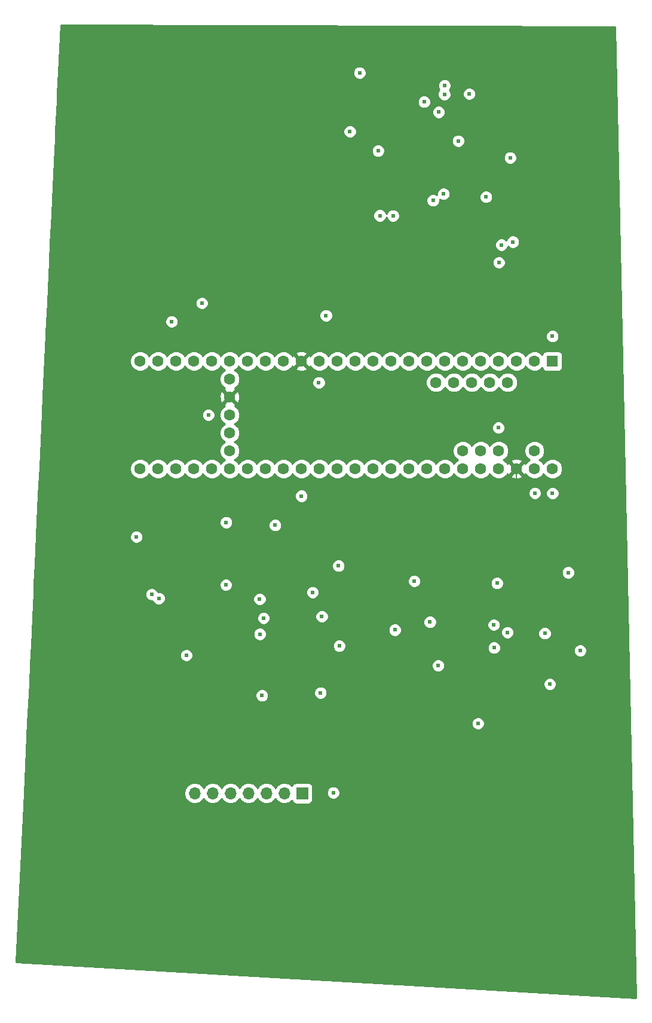
<source format=gbr>
%TF.GenerationSoftware,KiCad,Pcbnew,(5.0.1)-4*%
%TF.CreationDate,2019-11-27T13:43:37-06:00*%
%TF.ProjectId,new_synth_transistor,6E65775F73796E74685F7472616E7369,rev?*%
%TF.SameCoordinates,Original*%
%TF.FileFunction,Copper,L4,Inr,Signal*%
%TF.FilePolarity,Positive*%
%FSLAX46Y46*%
G04 Gerber Fmt 4.6, Leading zero omitted, Abs format (unit mm)*
G04 Created by KiCad (PCBNEW (5.0.1)-4) date 11/27/2019 1:43:37 PM*
%MOMM*%
%LPD*%
G01*
G04 APERTURE LIST*
%ADD10C,1.600000*%
%ADD11R,1.600000X1.600000*%
%ADD12O,1.700000X1.700000*%
%ADD13R,1.700000X1.700000*%
%ADD14C,0.609600*%
%ADD15C,0.152400*%
%ADD16C,0.254000*%
G04 APERTURE END LIST*
D10*
X237154720Y-60258960D03*
X234614720Y-60258960D03*
X232074720Y-60258960D03*
X229534720Y-60258960D03*
X239694720Y-60258960D03*
X242234720Y-60258960D03*
X244774720Y-60258960D03*
X226994720Y-60258960D03*
X224454720Y-60258960D03*
X221914720Y-60258960D03*
X219374720Y-60258960D03*
X232074720Y-62798960D03*
X232074720Y-65338960D03*
X232074720Y-67878960D03*
X232074720Y-70418960D03*
X232074720Y-72958960D03*
X219374720Y-75498960D03*
X221914720Y-75498960D03*
X224454720Y-75498960D03*
X226994720Y-75498960D03*
X229534720Y-75498960D03*
X232074720Y-75498960D03*
X234614720Y-75498960D03*
X237154720Y-75498960D03*
X247314720Y-60258960D03*
X249854720Y-60258960D03*
X252394720Y-60258960D03*
X254934720Y-60258960D03*
X257474720Y-60258960D03*
X260014720Y-60258960D03*
X262554720Y-60258960D03*
X265094720Y-60258960D03*
X267634720Y-60258960D03*
X270174720Y-60258960D03*
X272714720Y-60258960D03*
X275254720Y-60258960D03*
D11*
X277794720Y-60258960D03*
D10*
X239694720Y-75498960D03*
X242234720Y-75498960D03*
X244774720Y-75498960D03*
X247314720Y-75498960D03*
X249854720Y-75498960D03*
X252394720Y-75498960D03*
X254934720Y-75498960D03*
X257474720Y-75498960D03*
X260014720Y-75498960D03*
X262554720Y-75498960D03*
X265094720Y-75498960D03*
X267634720Y-75498960D03*
X270174720Y-75498960D03*
X272714720Y-75498960D03*
X275254720Y-75498960D03*
X277794720Y-75498960D03*
X275254720Y-72958960D03*
X270174720Y-72958960D03*
X267634720Y-72958960D03*
X265094720Y-72958960D03*
X271444720Y-63258960D03*
X268904720Y-63258960D03*
X266364720Y-63258960D03*
X263824720Y-63258960D03*
X261284720Y-63258960D03*
D12*
X227116640Y-121452640D03*
X229656640Y-121452640D03*
X232196640Y-121452640D03*
X234736640Y-121452640D03*
X237276640Y-121452640D03*
X239816640Y-121452640D03*
D13*
X242356640Y-121452640D03*
D14*
X272189820Y-43367422D03*
X262492100Y-22453062D03*
X262512420Y-21213542D03*
X277794720Y-56728360D03*
X229052120Y-67868800D03*
X242234720Y-79349600D03*
X270149320Y-69682360D03*
X275315680Y-78943200D03*
X269956280Y-91683840D03*
X269483840Y-97586800D03*
X276717760Y-98806000D03*
X281731720Y-101244400D03*
X267258800Y-111566960D03*
X261609840Y-103362760D03*
X260446520Y-97195640D03*
X247489894Y-89227574D03*
X243819680Y-92989400D03*
X231536240Y-91937840D03*
X236357160Y-98907600D03*
X238511080Y-83479640D03*
X218851480Y-85135720D03*
X222016320Y-93832680D03*
X246761000Y-121371360D03*
X247599200Y-100568760D03*
X228142800Y-52039520D03*
X236651800Y-107589320D03*
X272709640Y-79100680D03*
X242214400Y-57089040D03*
X220024960Y-55290720D03*
X250484640Y-19431000D03*
X264464800Y-29067760D03*
X223850200Y-54655720D03*
X260883400Y-37500560D03*
X270576040Y-43789600D03*
X245719600Y-53789580D03*
X244701060Y-63286640D03*
X277809960Y-78958440D03*
X280035000Y-90190320D03*
X271414240Y-98663760D03*
X269529560Y-100832920D03*
X245125240Y-96398080D03*
X236870240Y-96641920D03*
X236321600Y-93944440D03*
X225938080Y-101909880D03*
X221020640Y-93278960D03*
X255483360Y-98308160D03*
X244942360Y-107223560D03*
X231566720Y-83093560D03*
X258221480Y-91399360D03*
X277428960Y-105984040D03*
X262371840Y-36555680D03*
X268386560Y-36997640D03*
X270210280Y-46283880D03*
X249101152Y-27738262D03*
X253103380Y-30467300D03*
X271813020Y-31455360D03*
X255209040Y-39654480D03*
X253344680Y-39644320D03*
X266009120Y-22402800D03*
X259616590Y-23540720D03*
X261680960Y-24988520D03*
D15*
X272714720Y-75498960D02*
X272714720Y-79095600D01*
X272714720Y-79095600D02*
X272709640Y-79100680D01*
D16*
G36*
X286631559Y-12948448D02*
X289618003Y-150400904D01*
X201864677Y-145320875D01*
X202994004Y-121452640D01*
X225602548Y-121452640D01*
X225717801Y-122032058D01*
X226046015Y-122523265D01*
X226537222Y-122851479D01*
X226970384Y-122937640D01*
X227262896Y-122937640D01*
X227696058Y-122851479D01*
X228187265Y-122523265D01*
X228386640Y-122224879D01*
X228586015Y-122523265D01*
X229077222Y-122851479D01*
X229510384Y-122937640D01*
X229802896Y-122937640D01*
X230236058Y-122851479D01*
X230727265Y-122523265D01*
X230926640Y-122224879D01*
X231126015Y-122523265D01*
X231617222Y-122851479D01*
X232050384Y-122937640D01*
X232342896Y-122937640D01*
X232776058Y-122851479D01*
X233267265Y-122523265D01*
X233466640Y-122224879D01*
X233666015Y-122523265D01*
X234157222Y-122851479D01*
X234590384Y-122937640D01*
X234882896Y-122937640D01*
X235316058Y-122851479D01*
X235807265Y-122523265D01*
X236006640Y-122224879D01*
X236206015Y-122523265D01*
X236697222Y-122851479D01*
X237130384Y-122937640D01*
X237422896Y-122937640D01*
X237856058Y-122851479D01*
X238347265Y-122523265D01*
X238546640Y-122224879D01*
X238746015Y-122523265D01*
X239237222Y-122851479D01*
X239670384Y-122937640D01*
X239962896Y-122937640D01*
X240396058Y-122851479D01*
X240887265Y-122523265D01*
X240899456Y-122505021D01*
X240908483Y-122550405D01*
X241048831Y-122760449D01*
X241258875Y-122900797D01*
X241506640Y-122950080D01*
X243206640Y-122950080D01*
X243454405Y-122900797D01*
X243664449Y-122760449D01*
X243804797Y-122550405D01*
X243854080Y-122302640D01*
X243854080Y-121184422D01*
X245821200Y-121184422D01*
X245821200Y-121558298D01*
X245964276Y-121903714D01*
X246228646Y-122168084D01*
X246574062Y-122311160D01*
X246947938Y-122311160D01*
X247293354Y-122168084D01*
X247557724Y-121903714D01*
X247700800Y-121558298D01*
X247700800Y-121184422D01*
X247557724Y-120839006D01*
X247293354Y-120574636D01*
X246947938Y-120431560D01*
X246574062Y-120431560D01*
X246228646Y-120574636D01*
X245964276Y-120839006D01*
X245821200Y-121184422D01*
X243854080Y-121184422D01*
X243854080Y-120602640D01*
X243804797Y-120354875D01*
X243664449Y-120144831D01*
X243454405Y-120004483D01*
X243206640Y-119955200D01*
X241506640Y-119955200D01*
X241258875Y-120004483D01*
X241048831Y-120144831D01*
X240908483Y-120354875D01*
X240899456Y-120400259D01*
X240887265Y-120382015D01*
X240396058Y-120053801D01*
X239962896Y-119967640D01*
X239670384Y-119967640D01*
X239237222Y-120053801D01*
X238746015Y-120382015D01*
X238546640Y-120680401D01*
X238347265Y-120382015D01*
X237856058Y-120053801D01*
X237422896Y-119967640D01*
X237130384Y-119967640D01*
X236697222Y-120053801D01*
X236206015Y-120382015D01*
X236006640Y-120680401D01*
X235807265Y-120382015D01*
X235316058Y-120053801D01*
X234882896Y-119967640D01*
X234590384Y-119967640D01*
X234157222Y-120053801D01*
X233666015Y-120382015D01*
X233466640Y-120680401D01*
X233267265Y-120382015D01*
X232776058Y-120053801D01*
X232342896Y-119967640D01*
X232050384Y-119967640D01*
X231617222Y-120053801D01*
X231126015Y-120382015D01*
X230926640Y-120680401D01*
X230727265Y-120382015D01*
X230236058Y-120053801D01*
X229802896Y-119967640D01*
X229510384Y-119967640D01*
X229077222Y-120053801D01*
X228586015Y-120382015D01*
X228386640Y-120680401D01*
X228187265Y-120382015D01*
X227696058Y-120053801D01*
X227262896Y-119967640D01*
X226970384Y-119967640D01*
X226537222Y-120053801D01*
X226046015Y-120382015D01*
X225717801Y-120873222D01*
X225602548Y-121452640D01*
X202994004Y-121452640D01*
X203470590Y-111380022D01*
X266319000Y-111380022D01*
X266319000Y-111753898D01*
X266462076Y-112099314D01*
X266726446Y-112363684D01*
X267071862Y-112506760D01*
X267445738Y-112506760D01*
X267791154Y-112363684D01*
X268055524Y-112099314D01*
X268198600Y-111753898D01*
X268198600Y-111380022D01*
X268055524Y-111034606D01*
X267791154Y-110770236D01*
X267445738Y-110627160D01*
X267071862Y-110627160D01*
X266726446Y-110770236D01*
X266462076Y-111034606D01*
X266319000Y-111380022D01*
X203470590Y-111380022D01*
X203658793Y-107402382D01*
X235712000Y-107402382D01*
X235712000Y-107776258D01*
X235855076Y-108121674D01*
X236119446Y-108386044D01*
X236464862Y-108529120D01*
X236838738Y-108529120D01*
X237184154Y-108386044D01*
X237448524Y-108121674D01*
X237591600Y-107776258D01*
X237591600Y-107402382D01*
X237448524Y-107056966D01*
X237428180Y-107036622D01*
X244002560Y-107036622D01*
X244002560Y-107410498D01*
X244145636Y-107755914D01*
X244410006Y-108020284D01*
X244755422Y-108163360D01*
X245129298Y-108163360D01*
X245474714Y-108020284D01*
X245739084Y-107755914D01*
X245882160Y-107410498D01*
X245882160Y-107036622D01*
X245739084Y-106691206D01*
X245474714Y-106426836D01*
X245129298Y-106283760D01*
X244755422Y-106283760D01*
X244410006Y-106426836D01*
X244145636Y-106691206D01*
X244002560Y-107036622D01*
X237428180Y-107036622D01*
X237184154Y-106792596D01*
X236838738Y-106649520D01*
X236464862Y-106649520D01*
X236119446Y-106792596D01*
X235855076Y-107056966D01*
X235712000Y-107402382D01*
X203658793Y-107402382D01*
X203734746Y-105797102D01*
X276489160Y-105797102D01*
X276489160Y-106170978D01*
X276632236Y-106516394D01*
X276896606Y-106780764D01*
X277242022Y-106923840D01*
X277615898Y-106923840D01*
X277961314Y-106780764D01*
X278225684Y-106516394D01*
X278368760Y-106170978D01*
X278368760Y-105797102D01*
X278225684Y-105451686D01*
X277961314Y-105187316D01*
X277615898Y-105044240D01*
X277242022Y-105044240D01*
X276896606Y-105187316D01*
X276632236Y-105451686D01*
X276489160Y-105797102D01*
X203734746Y-105797102D01*
X203858773Y-103175822D01*
X260670040Y-103175822D01*
X260670040Y-103549698D01*
X260813116Y-103895114D01*
X261077486Y-104159484D01*
X261422902Y-104302560D01*
X261796778Y-104302560D01*
X262142194Y-104159484D01*
X262406564Y-103895114D01*
X262549640Y-103549698D01*
X262549640Y-103175822D01*
X262406564Y-102830406D01*
X262142194Y-102566036D01*
X261796778Y-102422960D01*
X261422902Y-102422960D01*
X261077486Y-102566036D01*
X260813116Y-102830406D01*
X260670040Y-103175822D01*
X203858773Y-103175822D01*
X203927517Y-101722942D01*
X224998280Y-101722942D01*
X224998280Y-102096818D01*
X225141356Y-102442234D01*
X225405726Y-102706604D01*
X225751142Y-102849680D01*
X226125018Y-102849680D01*
X226470434Y-102706604D01*
X226734804Y-102442234D01*
X226877880Y-102096818D01*
X226877880Y-101722942D01*
X226734804Y-101377526D01*
X226470434Y-101113156D01*
X226125018Y-100970080D01*
X225751142Y-100970080D01*
X225405726Y-101113156D01*
X225141356Y-101377526D01*
X224998280Y-101722942D01*
X203927517Y-101722942D01*
X203990972Y-100381822D01*
X246659400Y-100381822D01*
X246659400Y-100755698D01*
X246802476Y-101101114D01*
X247066846Y-101365484D01*
X247412262Y-101508560D01*
X247786138Y-101508560D01*
X248131554Y-101365484D01*
X248395924Y-101101114D01*
X248539000Y-100755698D01*
X248539000Y-100645982D01*
X268589760Y-100645982D01*
X268589760Y-101019858D01*
X268732836Y-101365274D01*
X268997206Y-101629644D01*
X269342622Y-101772720D01*
X269716498Y-101772720D01*
X270061914Y-101629644D01*
X270326284Y-101365274D01*
X270453783Y-101057462D01*
X280791920Y-101057462D01*
X280791920Y-101431338D01*
X280934996Y-101776754D01*
X281199366Y-102041124D01*
X281544782Y-102184200D01*
X281918658Y-102184200D01*
X282264074Y-102041124D01*
X282528444Y-101776754D01*
X282671520Y-101431338D01*
X282671520Y-101057462D01*
X282528444Y-100712046D01*
X282264074Y-100447676D01*
X281918658Y-100304600D01*
X281544782Y-100304600D01*
X281199366Y-100447676D01*
X280934996Y-100712046D01*
X280791920Y-101057462D01*
X270453783Y-101057462D01*
X270469360Y-101019858D01*
X270469360Y-100645982D01*
X270326284Y-100300566D01*
X270061914Y-100036196D01*
X269716498Y-99893120D01*
X269342622Y-99893120D01*
X268997206Y-100036196D01*
X268732836Y-100300566D01*
X268589760Y-100645982D01*
X248539000Y-100645982D01*
X248539000Y-100381822D01*
X248395924Y-100036406D01*
X248131554Y-99772036D01*
X247786138Y-99628960D01*
X247412262Y-99628960D01*
X247066846Y-99772036D01*
X246802476Y-100036406D01*
X246659400Y-100381822D01*
X203990972Y-100381822D01*
X204069570Y-98720662D01*
X235417360Y-98720662D01*
X235417360Y-99094538D01*
X235560436Y-99439954D01*
X235824806Y-99704324D01*
X236170222Y-99847400D01*
X236544098Y-99847400D01*
X236889514Y-99704324D01*
X237153884Y-99439954D01*
X237296960Y-99094538D01*
X237296960Y-98720662D01*
X237153884Y-98375246D01*
X236899860Y-98121222D01*
X254543560Y-98121222D01*
X254543560Y-98495098D01*
X254686636Y-98840514D01*
X254951006Y-99104884D01*
X255296422Y-99247960D01*
X255670298Y-99247960D01*
X256015714Y-99104884D01*
X256280084Y-98840514D01*
X256423160Y-98495098D01*
X256423160Y-98121222D01*
X256280084Y-97775806D01*
X256015714Y-97511436D01*
X255670298Y-97368360D01*
X255296422Y-97368360D01*
X254951006Y-97511436D01*
X254686636Y-97775806D01*
X254543560Y-98121222D01*
X236899860Y-98121222D01*
X236889514Y-98110876D01*
X236544098Y-97967800D01*
X236170222Y-97967800D01*
X235824806Y-98110876D01*
X235560436Y-98375246D01*
X235417360Y-98720662D01*
X204069570Y-98720662D01*
X204176771Y-96454982D01*
X235930440Y-96454982D01*
X235930440Y-96828858D01*
X236073516Y-97174274D01*
X236337886Y-97438644D01*
X236683302Y-97581720D01*
X237057178Y-97581720D01*
X237402594Y-97438644D01*
X237666964Y-97174274D01*
X237810040Y-96828858D01*
X237810040Y-96454982D01*
X237709039Y-96211142D01*
X244185440Y-96211142D01*
X244185440Y-96585018D01*
X244328516Y-96930434D01*
X244592886Y-97194804D01*
X244938302Y-97337880D01*
X245312178Y-97337880D01*
X245657594Y-97194804D01*
X245843696Y-97008702D01*
X259506720Y-97008702D01*
X259506720Y-97382578D01*
X259649796Y-97727994D01*
X259914166Y-97992364D01*
X260259582Y-98135440D01*
X260633458Y-98135440D01*
X260978874Y-97992364D01*
X261243244Y-97727994D01*
X261379160Y-97399862D01*
X268544040Y-97399862D01*
X268544040Y-97773738D01*
X268687116Y-98119154D01*
X268951486Y-98383524D01*
X269296902Y-98526600D01*
X269670778Y-98526600D01*
X269790952Y-98476822D01*
X270474440Y-98476822D01*
X270474440Y-98850698D01*
X270617516Y-99196114D01*
X270881886Y-99460484D01*
X271227302Y-99603560D01*
X271601178Y-99603560D01*
X271946594Y-99460484D01*
X272210964Y-99196114D01*
X272354040Y-98850698D01*
X272354040Y-98619062D01*
X275777960Y-98619062D01*
X275777960Y-98992938D01*
X275921036Y-99338354D01*
X276185406Y-99602724D01*
X276530822Y-99745800D01*
X276904698Y-99745800D01*
X277250114Y-99602724D01*
X277514484Y-99338354D01*
X277657560Y-98992938D01*
X277657560Y-98619062D01*
X277514484Y-98273646D01*
X277250114Y-98009276D01*
X276904698Y-97866200D01*
X276530822Y-97866200D01*
X276185406Y-98009276D01*
X275921036Y-98273646D01*
X275777960Y-98619062D01*
X272354040Y-98619062D01*
X272354040Y-98476822D01*
X272210964Y-98131406D01*
X271946594Y-97867036D01*
X271601178Y-97723960D01*
X271227302Y-97723960D01*
X270881886Y-97867036D01*
X270617516Y-98131406D01*
X270474440Y-98476822D01*
X269790952Y-98476822D01*
X270016194Y-98383524D01*
X270280564Y-98119154D01*
X270423640Y-97773738D01*
X270423640Y-97399862D01*
X270280564Y-97054446D01*
X270016194Y-96790076D01*
X269670778Y-96647000D01*
X269296902Y-96647000D01*
X268951486Y-96790076D01*
X268687116Y-97054446D01*
X268544040Y-97399862D01*
X261379160Y-97399862D01*
X261386320Y-97382578D01*
X261386320Y-97008702D01*
X261243244Y-96663286D01*
X260978874Y-96398916D01*
X260633458Y-96255840D01*
X260259582Y-96255840D01*
X259914166Y-96398916D01*
X259649796Y-96663286D01*
X259506720Y-97008702D01*
X245843696Y-97008702D01*
X245921964Y-96930434D01*
X246065040Y-96585018D01*
X246065040Y-96211142D01*
X245921964Y-95865726D01*
X245657594Y-95601356D01*
X245312178Y-95458280D01*
X244938302Y-95458280D01*
X244592886Y-95601356D01*
X244328516Y-95865726D01*
X244185440Y-96211142D01*
X237709039Y-96211142D01*
X237666964Y-96109566D01*
X237402594Y-95845196D01*
X237057178Y-95702120D01*
X236683302Y-95702120D01*
X236337886Y-95845196D01*
X236073516Y-96109566D01*
X235930440Y-96454982D01*
X204176771Y-96454982D01*
X204335890Y-93092022D01*
X220080840Y-93092022D01*
X220080840Y-93465898D01*
X220223916Y-93811314D01*
X220488286Y-94075684D01*
X220833702Y-94218760D01*
X221159007Y-94218760D01*
X221219596Y-94365034D01*
X221483966Y-94629404D01*
X221829382Y-94772480D01*
X222203258Y-94772480D01*
X222548674Y-94629404D01*
X222813044Y-94365034D01*
X222956120Y-94019618D01*
X222956120Y-93757502D01*
X235381800Y-93757502D01*
X235381800Y-94131378D01*
X235524876Y-94476794D01*
X235789246Y-94741164D01*
X236134662Y-94884240D01*
X236508538Y-94884240D01*
X236853954Y-94741164D01*
X237118324Y-94476794D01*
X237261400Y-94131378D01*
X237261400Y-93757502D01*
X237118324Y-93412086D01*
X236853954Y-93147716D01*
X236508538Y-93004640D01*
X236134662Y-93004640D01*
X235789246Y-93147716D01*
X235524876Y-93412086D01*
X235381800Y-93757502D01*
X222956120Y-93757502D01*
X222956120Y-93645742D01*
X222813044Y-93300326D01*
X222548674Y-93035956D01*
X222203258Y-92892880D01*
X221877953Y-92892880D01*
X221817364Y-92746606D01*
X221552994Y-92482236D01*
X221207578Y-92339160D01*
X220833702Y-92339160D01*
X220488286Y-92482236D01*
X220223916Y-92746606D01*
X220080840Y-93092022D01*
X204335890Y-93092022D01*
X204399345Y-91750902D01*
X230596440Y-91750902D01*
X230596440Y-92124778D01*
X230739516Y-92470194D01*
X231003886Y-92734564D01*
X231349302Y-92877640D01*
X231723178Y-92877640D01*
X231904673Y-92802462D01*
X242879880Y-92802462D01*
X242879880Y-93176338D01*
X243022956Y-93521754D01*
X243287326Y-93786124D01*
X243632742Y-93929200D01*
X244006618Y-93929200D01*
X244352034Y-93786124D01*
X244616404Y-93521754D01*
X244759480Y-93176338D01*
X244759480Y-92802462D01*
X244616404Y-92457046D01*
X244352034Y-92192676D01*
X244006618Y-92049600D01*
X243632742Y-92049600D01*
X243287326Y-92192676D01*
X243022956Y-92457046D01*
X242879880Y-92802462D01*
X231904673Y-92802462D01*
X232068594Y-92734564D01*
X232332964Y-92470194D01*
X232476040Y-92124778D01*
X232476040Y-91750902D01*
X232332964Y-91405486D01*
X232139900Y-91212422D01*
X257281680Y-91212422D01*
X257281680Y-91586298D01*
X257424756Y-91931714D01*
X257689126Y-92196084D01*
X258034542Y-92339160D01*
X258408418Y-92339160D01*
X258753834Y-92196084D01*
X259018204Y-91931714D01*
X259161280Y-91586298D01*
X259161280Y-91496902D01*
X269016480Y-91496902D01*
X269016480Y-91870778D01*
X269159556Y-92216194D01*
X269423926Y-92480564D01*
X269769342Y-92623640D01*
X270143218Y-92623640D01*
X270488634Y-92480564D01*
X270753004Y-92216194D01*
X270896080Y-91870778D01*
X270896080Y-91496902D01*
X270753004Y-91151486D01*
X270488634Y-90887116D01*
X270143218Y-90744040D01*
X269769342Y-90744040D01*
X269423926Y-90887116D01*
X269159556Y-91151486D01*
X269016480Y-91496902D01*
X259161280Y-91496902D01*
X259161280Y-91212422D01*
X259018204Y-90867006D01*
X258753834Y-90602636D01*
X258408418Y-90459560D01*
X258034542Y-90459560D01*
X257689126Y-90602636D01*
X257424756Y-90867006D01*
X257281680Y-91212422D01*
X232139900Y-91212422D01*
X232068594Y-91141116D01*
X231723178Y-90998040D01*
X231349302Y-90998040D01*
X231003886Y-91141116D01*
X230739516Y-91405486D01*
X230596440Y-91750902D01*
X204399345Y-91750902D01*
X204527581Y-89040636D01*
X246550094Y-89040636D01*
X246550094Y-89414512D01*
X246693170Y-89759928D01*
X246957540Y-90024298D01*
X247302956Y-90167374D01*
X247676832Y-90167374D01*
X248022248Y-90024298D01*
X248043164Y-90003382D01*
X279095200Y-90003382D01*
X279095200Y-90377258D01*
X279238276Y-90722674D01*
X279502646Y-90987044D01*
X279848062Y-91130120D01*
X280221938Y-91130120D01*
X280567354Y-90987044D01*
X280831724Y-90722674D01*
X280974800Y-90377258D01*
X280974800Y-90003382D01*
X280831724Y-89657966D01*
X280567354Y-89393596D01*
X280221938Y-89250520D01*
X279848062Y-89250520D01*
X279502646Y-89393596D01*
X279238276Y-89657966D01*
X279095200Y-90003382D01*
X248043164Y-90003382D01*
X248286618Y-89759928D01*
X248429694Y-89414512D01*
X248429694Y-89040636D01*
X248286618Y-88695220D01*
X248022248Y-88430850D01*
X247676832Y-88287774D01*
X247302956Y-88287774D01*
X246957540Y-88430850D01*
X246693170Y-88695220D01*
X246550094Y-89040636D01*
X204527581Y-89040636D01*
X204721189Y-84948782D01*
X217911680Y-84948782D01*
X217911680Y-85322658D01*
X218054756Y-85668074D01*
X218319126Y-85932444D01*
X218664542Y-86075520D01*
X219038418Y-86075520D01*
X219383834Y-85932444D01*
X219648204Y-85668074D01*
X219791280Y-85322658D01*
X219791280Y-84948782D01*
X219648204Y-84603366D01*
X219383834Y-84338996D01*
X219038418Y-84195920D01*
X218664542Y-84195920D01*
X218319126Y-84338996D01*
X218054756Y-84603366D01*
X217911680Y-84948782D01*
X204721189Y-84948782D01*
X204817814Y-82906622D01*
X230626920Y-82906622D01*
X230626920Y-83280498D01*
X230769996Y-83625914D01*
X231034366Y-83890284D01*
X231379782Y-84033360D01*
X231753658Y-84033360D01*
X232099074Y-83890284D01*
X232363444Y-83625914D01*
X232501464Y-83292702D01*
X237571280Y-83292702D01*
X237571280Y-83666578D01*
X237714356Y-84011994D01*
X237978726Y-84276364D01*
X238324142Y-84419440D01*
X238698018Y-84419440D01*
X239043434Y-84276364D01*
X239307804Y-84011994D01*
X239450880Y-83666578D01*
X239450880Y-83292702D01*
X239307804Y-82947286D01*
X239043434Y-82682916D01*
X238698018Y-82539840D01*
X238324142Y-82539840D01*
X237978726Y-82682916D01*
X237714356Y-82947286D01*
X237571280Y-83292702D01*
X232501464Y-83292702D01*
X232506520Y-83280498D01*
X232506520Y-82906622D01*
X232363444Y-82561206D01*
X232099074Y-82296836D01*
X231753658Y-82153760D01*
X231379782Y-82153760D01*
X231034366Y-82296836D01*
X230769996Y-82561206D01*
X230626920Y-82906622D01*
X204817814Y-82906622D01*
X204994959Y-79162662D01*
X241294920Y-79162662D01*
X241294920Y-79536538D01*
X241437996Y-79881954D01*
X241702366Y-80146324D01*
X242047782Y-80289400D01*
X242421658Y-80289400D01*
X242767074Y-80146324D01*
X243031444Y-79881954D01*
X243174520Y-79536538D01*
X243174520Y-79162662D01*
X243031444Y-78817246D01*
X242970460Y-78756262D01*
X274375880Y-78756262D01*
X274375880Y-79130138D01*
X274518956Y-79475554D01*
X274783326Y-79739924D01*
X275128742Y-79883000D01*
X275502618Y-79883000D01*
X275848034Y-79739924D01*
X276112404Y-79475554D01*
X276255480Y-79130138D01*
X276255480Y-78771502D01*
X276870160Y-78771502D01*
X276870160Y-79145378D01*
X277013236Y-79490794D01*
X277277606Y-79755164D01*
X277623022Y-79898240D01*
X277996898Y-79898240D01*
X278342314Y-79755164D01*
X278606684Y-79490794D01*
X278749760Y-79145378D01*
X278749760Y-78771502D01*
X278606684Y-78426086D01*
X278342314Y-78161716D01*
X277996898Y-78018640D01*
X277623022Y-78018640D01*
X277277606Y-78161716D01*
X277013236Y-78426086D01*
X276870160Y-78771502D01*
X276255480Y-78771502D01*
X276255480Y-78756262D01*
X276112404Y-78410846D01*
X275848034Y-78146476D01*
X275502618Y-78003400D01*
X275128742Y-78003400D01*
X274783326Y-78146476D01*
X274518956Y-78410846D01*
X274375880Y-78756262D01*
X242970460Y-78756262D01*
X242767074Y-78552876D01*
X242421658Y-78409800D01*
X242047782Y-78409800D01*
X241702366Y-78552876D01*
X241437996Y-78817246D01*
X241294920Y-79162662D01*
X204994959Y-79162662D01*
X205181814Y-75213521D01*
X217939720Y-75213521D01*
X217939720Y-75784399D01*
X218158186Y-76311822D01*
X218561858Y-76715494D01*
X219089281Y-76933960D01*
X219660159Y-76933960D01*
X220187582Y-76715494D01*
X220591254Y-76311822D01*
X220644720Y-76182744D01*
X220698186Y-76311822D01*
X221101858Y-76715494D01*
X221629281Y-76933960D01*
X222200159Y-76933960D01*
X222727582Y-76715494D01*
X223131254Y-76311822D01*
X223184720Y-76182744D01*
X223238186Y-76311822D01*
X223641858Y-76715494D01*
X224169281Y-76933960D01*
X224740159Y-76933960D01*
X225267582Y-76715494D01*
X225671254Y-76311822D01*
X225724720Y-76182744D01*
X225778186Y-76311822D01*
X226181858Y-76715494D01*
X226709281Y-76933960D01*
X227280159Y-76933960D01*
X227807582Y-76715494D01*
X228211254Y-76311822D01*
X228264720Y-76182744D01*
X228318186Y-76311822D01*
X228721858Y-76715494D01*
X229249281Y-76933960D01*
X229820159Y-76933960D01*
X230347582Y-76715494D01*
X230751254Y-76311822D01*
X230804720Y-76182744D01*
X230858186Y-76311822D01*
X231261858Y-76715494D01*
X231789281Y-76933960D01*
X232360159Y-76933960D01*
X232887582Y-76715494D01*
X233291254Y-76311822D01*
X233344720Y-76182744D01*
X233398186Y-76311822D01*
X233801858Y-76715494D01*
X234329281Y-76933960D01*
X234900159Y-76933960D01*
X235427582Y-76715494D01*
X235831254Y-76311822D01*
X235884720Y-76182744D01*
X235938186Y-76311822D01*
X236341858Y-76715494D01*
X236869281Y-76933960D01*
X237440159Y-76933960D01*
X237967582Y-76715494D01*
X238371254Y-76311822D01*
X238424720Y-76182744D01*
X238478186Y-76311822D01*
X238881858Y-76715494D01*
X239409281Y-76933960D01*
X239980159Y-76933960D01*
X240507582Y-76715494D01*
X240911254Y-76311822D01*
X240964720Y-76182744D01*
X241018186Y-76311822D01*
X241421858Y-76715494D01*
X241949281Y-76933960D01*
X242520159Y-76933960D01*
X243047582Y-76715494D01*
X243451254Y-76311822D01*
X243504720Y-76182744D01*
X243558186Y-76311822D01*
X243961858Y-76715494D01*
X244489281Y-76933960D01*
X245060159Y-76933960D01*
X245587582Y-76715494D01*
X245991254Y-76311822D01*
X246044720Y-76182744D01*
X246098186Y-76311822D01*
X246501858Y-76715494D01*
X247029281Y-76933960D01*
X247600159Y-76933960D01*
X248127582Y-76715494D01*
X248531254Y-76311822D01*
X248584720Y-76182744D01*
X248638186Y-76311822D01*
X249041858Y-76715494D01*
X249569281Y-76933960D01*
X250140159Y-76933960D01*
X250667582Y-76715494D01*
X251071254Y-76311822D01*
X251124720Y-76182744D01*
X251178186Y-76311822D01*
X251581858Y-76715494D01*
X252109281Y-76933960D01*
X252680159Y-76933960D01*
X253207582Y-76715494D01*
X253611254Y-76311822D01*
X253664720Y-76182744D01*
X253718186Y-76311822D01*
X254121858Y-76715494D01*
X254649281Y-76933960D01*
X255220159Y-76933960D01*
X255747582Y-76715494D01*
X256151254Y-76311822D01*
X256204720Y-76182744D01*
X256258186Y-76311822D01*
X256661858Y-76715494D01*
X257189281Y-76933960D01*
X257760159Y-76933960D01*
X258287582Y-76715494D01*
X258691254Y-76311822D01*
X258744720Y-76182744D01*
X258798186Y-76311822D01*
X259201858Y-76715494D01*
X259729281Y-76933960D01*
X260300159Y-76933960D01*
X260827582Y-76715494D01*
X261231254Y-76311822D01*
X261284720Y-76182744D01*
X261338186Y-76311822D01*
X261741858Y-76715494D01*
X262269281Y-76933960D01*
X262840159Y-76933960D01*
X263367582Y-76715494D01*
X263771254Y-76311822D01*
X263824720Y-76182744D01*
X263878186Y-76311822D01*
X264281858Y-76715494D01*
X264809281Y-76933960D01*
X265380159Y-76933960D01*
X265907582Y-76715494D01*
X266311254Y-76311822D01*
X266364720Y-76182744D01*
X266418186Y-76311822D01*
X266821858Y-76715494D01*
X267349281Y-76933960D01*
X267920159Y-76933960D01*
X268447582Y-76715494D01*
X268851254Y-76311822D01*
X268904720Y-76182744D01*
X268958186Y-76311822D01*
X269361858Y-76715494D01*
X269889281Y-76933960D01*
X270460159Y-76933960D01*
X270987582Y-76715494D01*
X271196371Y-76506705D01*
X271886581Y-76506705D01*
X271960715Y-76752824D01*
X272497943Y-76945925D01*
X273068174Y-76918738D01*
X273468725Y-76752824D01*
X273542859Y-76506705D01*
X272714720Y-75678565D01*
X271886581Y-76506705D01*
X271196371Y-76506705D01*
X271391254Y-76311822D01*
X271438245Y-76198377D01*
X271460856Y-76252965D01*
X271706975Y-76327099D01*
X272535115Y-75498960D01*
X272894325Y-75498960D01*
X273722465Y-76327099D01*
X273968584Y-76252965D01*
X273989594Y-76194512D01*
X274038186Y-76311822D01*
X274441858Y-76715494D01*
X274969281Y-76933960D01*
X275540159Y-76933960D01*
X276067582Y-76715494D01*
X276471254Y-76311822D01*
X276524720Y-76182744D01*
X276578186Y-76311822D01*
X276981858Y-76715494D01*
X277509281Y-76933960D01*
X278080159Y-76933960D01*
X278607582Y-76715494D01*
X279011254Y-76311822D01*
X279229720Y-75784399D01*
X279229720Y-75213521D01*
X279011254Y-74686098D01*
X278607582Y-74282426D01*
X278080159Y-74063960D01*
X277509281Y-74063960D01*
X276981858Y-74282426D01*
X276578186Y-74686098D01*
X276524720Y-74815176D01*
X276471254Y-74686098D01*
X276067582Y-74282426D01*
X275938504Y-74228960D01*
X276067582Y-74175494D01*
X276471254Y-73771822D01*
X276689720Y-73244399D01*
X276689720Y-72673521D01*
X276471254Y-72146098D01*
X276067582Y-71742426D01*
X275540159Y-71523960D01*
X274969281Y-71523960D01*
X274441858Y-71742426D01*
X274038186Y-72146098D01*
X273819720Y-72673521D01*
X273819720Y-73244399D01*
X274038186Y-73771822D01*
X274441858Y-74175494D01*
X274570936Y-74228960D01*
X274441858Y-74282426D01*
X274038186Y-74686098D01*
X273991195Y-74799543D01*
X273968584Y-74744955D01*
X273722465Y-74670821D01*
X272894325Y-75498960D01*
X272535115Y-75498960D01*
X271706975Y-74670821D01*
X271460856Y-74744955D01*
X271439846Y-74803408D01*
X271391254Y-74686098D01*
X271196371Y-74491215D01*
X271886581Y-74491215D01*
X272714720Y-75319355D01*
X273542859Y-74491215D01*
X273468725Y-74245096D01*
X272931497Y-74051995D01*
X272361266Y-74079182D01*
X271960715Y-74245096D01*
X271886581Y-74491215D01*
X271196371Y-74491215D01*
X270987582Y-74282426D01*
X270858504Y-74228960D01*
X270987582Y-74175494D01*
X271391254Y-73771822D01*
X271609720Y-73244399D01*
X271609720Y-72673521D01*
X271391254Y-72146098D01*
X270987582Y-71742426D01*
X270460159Y-71523960D01*
X269889281Y-71523960D01*
X269361858Y-71742426D01*
X268958186Y-72146098D01*
X268904720Y-72275176D01*
X268851254Y-72146098D01*
X268447582Y-71742426D01*
X267920159Y-71523960D01*
X267349281Y-71523960D01*
X266821858Y-71742426D01*
X266418186Y-72146098D01*
X266364720Y-72275176D01*
X266311254Y-72146098D01*
X265907582Y-71742426D01*
X265380159Y-71523960D01*
X264809281Y-71523960D01*
X264281858Y-71742426D01*
X263878186Y-72146098D01*
X263659720Y-72673521D01*
X263659720Y-73244399D01*
X263878186Y-73771822D01*
X264281858Y-74175494D01*
X264410936Y-74228960D01*
X264281858Y-74282426D01*
X263878186Y-74686098D01*
X263824720Y-74815176D01*
X263771254Y-74686098D01*
X263367582Y-74282426D01*
X262840159Y-74063960D01*
X262269281Y-74063960D01*
X261741858Y-74282426D01*
X261338186Y-74686098D01*
X261284720Y-74815176D01*
X261231254Y-74686098D01*
X260827582Y-74282426D01*
X260300159Y-74063960D01*
X259729281Y-74063960D01*
X259201858Y-74282426D01*
X258798186Y-74686098D01*
X258744720Y-74815176D01*
X258691254Y-74686098D01*
X258287582Y-74282426D01*
X257760159Y-74063960D01*
X257189281Y-74063960D01*
X256661858Y-74282426D01*
X256258186Y-74686098D01*
X256204720Y-74815176D01*
X256151254Y-74686098D01*
X255747582Y-74282426D01*
X255220159Y-74063960D01*
X254649281Y-74063960D01*
X254121858Y-74282426D01*
X253718186Y-74686098D01*
X253664720Y-74815176D01*
X253611254Y-74686098D01*
X253207582Y-74282426D01*
X252680159Y-74063960D01*
X252109281Y-74063960D01*
X251581858Y-74282426D01*
X251178186Y-74686098D01*
X251124720Y-74815176D01*
X251071254Y-74686098D01*
X250667582Y-74282426D01*
X250140159Y-74063960D01*
X249569281Y-74063960D01*
X249041858Y-74282426D01*
X248638186Y-74686098D01*
X248584720Y-74815176D01*
X248531254Y-74686098D01*
X248127582Y-74282426D01*
X247600159Y-74063960D01*
X247029281Y-74063960D01*
X246501858Y-74282426D01*
X246098186Y-74686098D01*
X246044720Y-74815176D01*
X245991254Y-74686098D01*
X245587582Y-74282426D01*
X245060159Y-74063960D01*
X244489281Y-74063960D01*
X243961858Y-74282426D01*
X243558186Y-74686098D01*
X243504720Y-74815176D01*
X243451254Y-74686098D01*
X243047582Y-74282426D01*
X242520159Y-74063960D01*
X241949281Y-74063960D01*
X241421858Y-74282426D01*
X241018186Y-74686098D01*
X240964720Y-74815176D01*
X240911254Y-74686098D01*
X240507582Y-74282426D01*
X239980159Y-74063960D01*
X239409281Y-74063960D01*
X238881858Y-74282426D01*
X238478186Y-74686098D01*
X238424720Y-74815176D01*
X238371254Y-74686098D01*
X237967582Y-74282426D01*
X237440159Y-74063960D01*
X236869281Y-74063960D01*
X236341858Y-74282426D01*
X235938186Y-74686098D01*
X235884720Y-74815176D01*
X235831254Y-74686098D01*
X235427582Y-74282426D01*
X234900159Y-74063960D01*
X234329281Y-74063960D01*
X233801858Y-74282426D01*
X233398186Y-74686098D01*
X233344720Y-74815176D01*
X233291254Y-74686098D01*
X232887582Y-74282426D01*
X232758504Y-74228960D01*
X232887582Y-74175494D01*
X233291254Y-73771822D01*
X233509720Y-73244399D01*
X233509720Y-72673521D01*
X233291254Y-72146098D01*
X232887582Y-71742426D01*
X232758504Y-71688960D01*
X232887582Y-71635494D01*
X233291254Y-71231822D01*
X233509720Y-70704399D01*
X233509720Y-70133521D01*
X233291254Y-69606098D01*
X233180578Y-69495422D01*
X269209520Y-69495422D01*
X269209520Y-69869298D01*
X269352596Y-70214714D01*
X269616966Y-70479084D01*
X269962382Y-70622160D01*
X270336258Y-70622160D01*
X270681674Y-70479084D01*
X270946044Y-70214714D01*
X271089120Y-69869298D01*
X271089120Y-69495422D01*
X270946044Y-69150006D01*
X270681674Y-68885636D01*
X270336258Y-68742560D01*
X269962382Y-68742560D01*
X269616966Y-68885636D01*
X269352596Y-69150006D01*
X269209520Y-69495422D01*
X233180578Y-69495422D01*
X232887582Y-69202426D01*
X232758504Y-69148960D01*
X232887582Y-69095494D01*
X233291254Y-68691822D01*
X233509720Y-68164399D01*
X233509720Y-67593521D01*
X233291254Y-67066098D01*
X232887582Y-66662426D01*
X232774137Y-66615435D01*
X232828725Y-66592824D01*
X232902859Y-66346705D01*
X232074720Y-65518565D01*
X231246581Y-66346705D01*
X231320715Y-66592824D01*
X231379168Y-66613834D01*
X231261858Y-66662426D01*
X230858186Y-67066098D01*
X230639720Y-67593521D01*
X230639720Y-68164399D01*
X230858186Y-68691822D01*
X231261858Y-69095494D01*
X231390936Y-69148960D01*
X231261858Y-69202426D01*
X230858186Y-69606098D01*
X230639720Y-70133521D01*
X230639720Y-70704399D01*
X230858186Y-71231822D01*
X231261858Y-71635494D01*
X231390936Y-71688960D01*
X231261858Y-71742426D01*
X230858186Y-72146098D01*
X230639720Y-72673521D01*
X230639720Y-73244399D01*
X230858186Y-73771822D01*
X231261858Y-74175494D01*
X231390936Y-74228960D01*
X231261858Y-74282426D01*
X230858186Y-74686098D01*
X230804720Y-74815176D01*
X230751254Y-74686098D01*
X230347582Y-74282426D01*
X229820159Y-74063960D01*
X229249281Y-74063960D01*
X228721858Y-74282426D01*
X228318186Y-74686098D01*
X228264720Y-74815176D01*
X228211254Y-74686098D01*
X227807582Y-74282426D01*
X227280159Y-74063960D01*
X226709281Y-74063960D01*
X226181858Y-74282426D01*
X225778186Y-74686098D01*
X225724720Y-74815176D01*
X225671254Y-74686098D01*
X225267582Y-74282426D01*
X224740159Y-74063960D01*
X224169281Y-74063960D01*
X223641858Y-74282426D01*
X223238186Y-74686098D01*
X223184720Y-74815176D01*
X223131254Y-74686098D01*
X222727582Y-74282426D01*
X222200159Y-74063960D01*
X221629281Y-74063960D01*
X221101858Y-74282426D01*
X220698186Y-74686098D01*
X220644720Y-74815176D01*
X220591254Y-74686098D01*
X220187582Y-74282426D01*
X219660159Y-74063960D01*
X219089281Y-74063960D01*
X218561858Y-74282426D01*
X218158186Y-74686098D01*
X217939720Y-75213521D01*
X205181814Y-75213521D01*
X205538175Y-67681862D01*
X228112320Y-67681862D01*
X228112320Y-68055738D01*
X228255396Y-68401154D01*
X228519766Y-68665524D01*
X228865182Y-68808600D01*
X229239058Y-68808600D01*
X229584474Y-68665524D01*
X229848844Y-68401154D01*
X229991920Y-68055738D01*
X229991920Y-67681862D01*
X229848844Y-67336446D01*
X229584474Y-67072076D01*
X229239058Y-66929000D01*
X228865182Y-66929000D01*
X228519766Y-67072076D01*
X228255396Y-67336446D01*
X228112320Y-67681862D01*
X205538175Y-67681862D01*
X205659286Y-65122183D01*
X230627755Y-65122183D01*
X230654942Y-65692414D01*
X230820856Y-66092965D01*
X231066975Y-66167099D01*
X231895115Y-65338960D01*
X232254325Y-65338960D01*
X233082465Y-66167099D01*
X233328584Y-66092965D01*
X233521685Y-65555737D01*
X233494498Y-64985506D01*
X233328584Y-64584955D01*
X233082465Y-64510821D01*
X232254325Y-65338960D01*
X231895115Y-65338960D01*
X231066975Y-64510821D01*
X230820856Y-64584955D01*
X230627755Y-65122183D01*
X205659286Y-65122183D01*
X205902896Y-59973521D01*
X217939720Y-59973521D01*
X217939720Y-60544399D01*
X218158186Y-61071822D01*
X218561858Y-61475494D01*
X219089281Y-61693960D01*
X219660159Y-61693960D01*
X220187582Y-61475494D01*
X220591254Y-61071822D01*
X220644720Y-60942744D01*
X220698186Y-61071822D01*
X221101858Y-61475494D01*
X221629281Y-61693960D01*
X222200159Y-61693960D01*
X222727582Y-61475494D01*
X223131254Y-61071822D01*
X223184720Y-60942744D01*
X223238186Y-61071822D01*
X223641858Y-61475494D01*
X224169281Y-61693960D01*
X224740159Y-61693960D01*
X225267582Y-61475494D01*
X225671254Y-61071822D01*
X225724720Y-60942744D01*
X225778186Y-61071822D01*
X226181858Y-61475494D01*
X226709281Y-61693960D01*
X227280159Y-61693960D01*
X227807582Y-61475494D01*
X228211254Y-61071822D01*
X228264720Y-60942744D01*
X228318186Y-61071822D01*
X228721858Y-61475494D01*
X229249281Y-61693960D01*
X229820159Y-61693960D01*
X230347582Y-61475494D01*
X230751254Y-61071822D01*
X230804720Y-60942744D01*
X230858186Y-61071822D01*
X231261858Y-61475494D01*
X231390936Y-61528960D01*
X231261858Y-61582426D01*
X230858186Y-61986098D01*
X230639720Y-62513521D01*
X230639720Y-63084399D01*
X230858186Y-63611822D01*
X231261858Y-64015494D01*
X231375303Y-64062485D01*
X231320715Y-64085096D01*
X231246581Y-64331215D01*
X232074720Y-65159355D01*
X232902859Y-64331215D01*
X232828725Y-64085096D01*
X232770272Y-64064086D01*
X232887582Y-64015494D01*
X233291254Y-63611822D01*
X233503381Y-63099702D01*
X243761260Y-63099702D01*
X243761260Y-63473578D01*
X243904336Y-63818994D01*
X244168706Y-64083364D01*
X244514122Y-64226440D01*
X244887998Y-64226440D01*
X245233414Y-64083364D01*
X245497784Y-63818994D01*
X245640860Y-63473578D01*
X245640860Y-63099702D01*
X245588595Y-62973521D01*
X259849720Y-62973521D01*
X259849720Y-63544399D01*
X260068186Y-64071822D01*
X260471858Y-64475494D01*
X260999281Y-64693960D01*
X261570159Y-64693960D01*
X262097582Y-64475494D01*
X262501254Y-64071822D01*
X262554720Y-63942744D01*
X262608186Y-64071822D01*
X263011858Y-64475494D01*
X263539281Y-64693960D01*
X264110159Y-64693960D01*
X264637582Y-64475494D01*
X265041254Y-64071822D01*
X265094720Y-63942744D01*
X265148186Y-64071822D01*
X265551858Y-64475494D01*
X266079281Y-64693960D01*
X266650159Y-64693960D01*
X267177582Y-64475494D01*
X267581254Y-64071822D01*
X267634720Y-63942744D01*
X267688186Y-64071822D01*
X268091858Y-64475494D01*
X268619281Y-64693960D01*
X269190159Y-64693960D01*
X269717582Y-64475494D01*
X270121254Y-64071822D01*
X270174720Y-63942744D01*
X270228186Y-64071822D01*
X270631858Y-64475494D01*
X271159281Y-64693960D01*
X271730159Y-64693960D01*
X272257582Y-64475494D01*
X272661254Y-64071822D01*
X272879720Y-63544399D01*
X272879720Y-62973521D01*
X272661254Y-62446098D01*
X272257582Y-62042426D01*
X271730159Y-61823960D01*
X271159281Y-61823960D01*
X270631858Y-62042426D01*
X270228186Y-62446098D01*
X270174720Y-62575176D01*
X270121254Y-62446098D01*
X269717582Y-62042426D01*
X269190159Y-61823960D01*
X268619281Y-61823960D01*
X268091858Y-62042426D01*
X267688186Y-62446098D01*
X267634720Y-62575176D01*
X267581254Y-62446098D01*
X267177582Y-62042426D01*
X266650159Y-61823960D01*
X266079281Y-61823960D01*
X265551858Y-62042426D01*
X265148186Y-62446098D01*
X265094720Y-62575176D01*
X265041254Y-62446098D01*
X264637582Y-62042426D01*
X264110159Y-61823960D01*
X263539281Y-61823960D01*
X263011858Y-62042426D01*
X262608186Y-62446098D01*
X262554720Y-62575176D01*
X262501254Y-62446098D01*
X262097582Y-62042426D01*
X261570159Y-61823960D01*
X260999281Y-61823960D01*
X260471858Y-62042426D01*
X260068186Y-62446098D01*
X259849720Y-62973521D01*
X245588595Y-62973521D01*
X245497784Y-62754286D01*
X245233414Y-62489916D01*
X244887998Y-62346840D01*
X244514122Y-62346840D01*
X244168706Y-62489916D01*
X243904336Y-62754286D01*
X243761260Y-63099702D01*
X233503381Y-63099702D01*
X233509720Y-63084399D01*
X233509720Y-62513521D01*
X233291254Y-61986098D01*
X232887582Y-61582426D01*
X232758504Y-61528960D01*
X232887582Y-61475494D01*
X233291254Y-61071822D01*
X233344720Y-60942744D01*
X233398186Y-61071822D01*
X233801858Y-61475494D01*
X234329281Y-61693960D01*
X234900159Y-61693960D01*
X235427582Y-61475494D01*
X235831254Y-61071822D01*
X235884720Y-60942744D01*
X235938186Y-61071822D01*
X236341858Y-61475494D01*
X236869281Y-61693960D01*
X237440159Y-61693960D01*
X237967582Y-61475494D01*
X238371254Y-61071822D01*
X238424720Y-60942744D01*
X238478186Y-61071822D01*
X238881858Y-61475494D01*
X239409281Y-61693960D01*
X239980159Y-61693960D01*
X240507582Y-61475494D01*
X240716371Y-61266705D01*
X241406581Y-61266705D01*
X241480715Y-61512824D01*
X242017943Y-61705925D01*
X242588174Y-61678738D01*
X242988725Y-61512824D01*
X243062859Y-61266705D01*
X242234720Y-60438565D01*
X241406581Y-61266705D01*
X240716371Y-61266705D01*
X240911254Y-61071822D01*
X240958245Y-60958377D01*
X240980856Y-61012965D01*
X241226975Y-61087099D01*
X242055115Y-60258960D01*
X242414325Y-60258960D01*
X243242465Y-61087099D01*
X243488584Y-61012965D01*
X243509594Y-60954512D01*
X243558186Y-61071822D01*
X243961858Y-61475494D01*
X244489281Y-61693960D01*
X245060159Y-61693960D01*
X245587582Y-61475494D01*
X245991254Y-61071822D01*
X246044720Y-60942744D01*
X246098186Y-61071822D01*
X246501858Y-61475494D01*
X247029281Y-61693960D01*
X247600159Y-61693960D01*
X248127582Y-61475494D01*
X248531254Y-61071822D01*
X248584720Y-60942744D01*
X248638186Y-61071822D01*
X249041858Y-61475494D01*
X249569281Y-61693960D01*
X250140159Y-61693960D01*
X250667582Y-61475494D01*
X251071254Y-61071822D01*
X251124720Y-60942744D01*
X251178186Y-61071822D01*
X251581858Y-61475494D01*
X252109281Y-61693960D01*
X252680159Y-61693960D01*
X253207582Y-61475494D01*
X253611254Y-61071822D01*
X253664720Y-60942744D01*
X253718186Y-61071822D01*
X254121858Y-61475494D01*
X254649281Y-61693960D01*
X255220159Y-61693960D01*
X255747582Y-61475494D01*
X256151254Y-61071822D01*
X256204720Y-60942744D01*
X256258186Y-61071822D01*
X256661858Y-61475494D01*
X257189281Y-61693960D01*
X257760159Y-61693960D01*
X258287582Y-61475494D01*
X258691254Y-61071822D01*
X258744720Y-60942744D01*
X258798186Y-61071822D01*
X259201858Y-61475494D01*
X259729281Y-61693960D01*
X260300159Y-61693960D01*
X260827582Y-61475494D01*
X261231254Y-61071822D01*
X261284720Y-60942744D01*
X261338186Y-61071822D01*
X261741858Y-61475494D01*
X262269281Y-61693960D01*
X262840159Y-61693960D01*
X263367582Y-61475494D01*
X263771254Y-61071822D01*
X263824720Y-60942744D01*
X263878186Y-61071822D01*
X264281858Y-61475494D01*
X264809281Y-61693960D01*
X265380159Y-61693960D01*
X265907582Y-61475494D01*
X266311254Y-61071822D01*
X266364720Y-60942744D01*
X266418186Y-61071822D01*
X266821858Y-61475494D01*
X267349281Y-61693960D01*
X267920159Y-61693960D01*
X268447582Y-61475494D01*
X268851254Y-61071822D01*
X268904720Y-60942744D01*
X268958186Y-61071822D01*
X269361858Y-61475494D01*
X269889281Y-61693960D01*
X270460159Y-61693960D01*
X270987582Y-61475494D01*
X271391254Y-61071822D01*
X271444720Y-60942744D01*
X271498186Y-61071822D01*
X271901858Y-61475494D01*
X272429281Y-61693960D01*
X273000159Y-61693960D01*
X273527582Y-61475494D01*
X273931254Y-61071822D01*
X273984720Y-60942744D01*
X274038186Y-61071822D01*
X274441858Y-61475494D01*
X274969281Y-61693960D01*
X275540159Y-61693960D01*
X276067582Y-61475494D01*
X276369982Y-61173094D01*
X276396563Y-61306725D01*
X276536911Y-61516769D01*
X276746955Y-61657117D01*
X276994720Y-61706400D01*
X278594720Y-61706400D01*
X278842485Y-61657117D01*
X279052529Y-61516769D01*
X279192877Y-61306725D01*
X279242160Y-61058960D01*
X279242160Y-59458960D01*
X279192877Y-59211195D01*
X279052529Y-59001151D01*
X278842485Y-58860803D01*
X278594720Y-58811520D01*
X276994720Y-58811520D01*
X276746955Y-58860803D01*
X276536911Y-59001151D01*
X276396563Y-59211195D01*
X276369982Y-59344826D01*
X276067582Y-59042426D01*
X275540159Y-58823960D01*
X274969281Y-58823960D01*
X274441858Y-59042426D01*
X274038186Y-59446098D01*
X273984720Y-59575176D01*
X273931254Y-59446098D01*
X273527582Y-59042426D01*
X273000159Y-58823960D01*
X272429281Y-58823960D01*
X271901858Y-59042426D01*
X271498186Y-59446098D01*
X271444720Y-59575176D01*
X271391254Y-59446098D01*
X270987582Y-59042426D01*
X270460159Y-58823960D01*
X269889281Y-58823960D01*
X269361858Y-59042426D01*
X268958186Y-59446098D01*
X268904720Y-59575176D01*
X268851254Y-59446098D01*
X268447582Y-59042426D01*
X267920159Y-58823960D01*
X267349281Y-58823960D01*
X266821858Y-59042426D01*
X266418186Y-59446098D01*
X266364720Y-59575176D01*
X266311254Y-59446098D01*
X265907582Y-59042426D01*
X265380159Y-58823960D01*
X264809281Y-58823960D01*
X264281858Y-59042426D01*
X263878186Y-59446098D01*
X263824720Y-59575176D01*
X263771254Y-59446098D01*
X263367582Y-59042426D01*
X262840159Y-58823960D01*
X262269281Y-58823960D01*
X261741858Y-59042426D01*
X261338186Y-59446098D01*
X261284720Y-59575176D01*
X261231254Y-59446098D01*
X260827582Y-59042426D01*
X260300159Y-58823960D01*
X259729281Y-58823960D01*
X259201858Y-59042426D01*
X258798186Y-59446098D01*
X258744720Y-59575176D01*
X258691254Y-59446098D01*
X258287582Y-59042426D01*
X257760159Y-58823960D01*
X257189281Y-58823960D01*
X256661858Y-59042426D01*
X256258186Y-59446098D01*
X256204720Y-59575176D01*
X256151254Y-59446098D01*
X255747582Y-59042426D01*
X255220159Y-58823960D01*
X254649281Y-58823960D01*
X254121858Y-59042426D01*
X253718186Y-59446098D01*
X253664720Y-59575176D01*
X253611254Y-59446098D01*
X253207582Y-59042426D01*
X252680159Y-58823960D01*
X252109281Y-58823960D01*
X251581858Y-59042426D01*
X251178186Y-59446098D01*
X251124720Y-59575176D01*
X251071254Y-59446098D01*
X250667582Y-59042426D01*
X250140159Y-58823960D01*
X249569281Y-58823960D01*
X249041858Y-59042426D01*
X248638186Y-59446098D01*
X248584720Y-59575176D01*
X248531254Y-59446098D01*
X248127582Y-59042426D01*
X247600159Y-58823960D01*
X247029281Y-58823960D01*
X246501858Y-59042426D01*
X246098186Y-59446098D01*
X246044720Y-59575176D01*
X245991254Y-59446098D01*
X245587582Y-59042426D01*
X245060159Y-58823960D01*
X244489281Y-58823960D01*
X243961858Y-59042426D01*
X243558186Y-59446098D01*
X243511195Y-59559543D01*
X243488584Y-59504955D01*
X243242465Y-59430821D01*
X242414325Y-60258960D01*
X242055115Y-60258960D01*
X241226975Y-59430821D01*
X240980856Y-59504955D01*
X240959846Y-59563408D01*
X240911254Y-59446098D01*
X240716371Y-59251215D01*
X241406581Y-59251215D01*
X242234720Y-60079355D01*
X243062859Y-59251215D01*
X242988725Y-59005096D01*
X242451497Y-58811995D01*
X241881266Y-58839182D01*
X241480715Y-59005096D01*
X241406581Y-59251215D01*
X240716371Y-59251215D01*
X240507582Y-59042426D01*
X239980159Y-58823960D01*
X239409281Y-58823960D01*
X238881858Y-59042426D01*
X238478186Y-59446098D01*
X238424720Y-59575176D01*
X238371254Y-59446098D01*
X237967582Y-59042426D01*
X237440159Y-58823960D01*
X236869281Y-58823960D01*
X236341858Y-59042426D01*
X235938186Y-59446098D01*
X235884720Y-59575176D01*
X235831254Y-59446098D01*
X235427582Y-59042426D01*
X234900159Y-58823960D01*
X234329281Y-58823960D01*
X233801858Y-59042426D01*
X233398186Y-59446098D01*
X233344720Y-59575176D01*
X233291254Y-59446098D01*
X232887582Y-59042426D01*
X232360159Y-58823960D01*
X231789281Y-58823960D01*
X231261858Y-59042426D01*
X230858186Y-59446098D01*
X230804720Y-59575176D01*
X230751254Y-59446098D01*
X230347582Y-59042426D01*
X229820159Y-58823960D01*
X229249281Y-58823960D01*
X228721858Y-59042426D01*
X228318186Y-59446098D01*
X228264720Y-59575176D01*
X228211254Y-59446098D01*
X227807582Y-59042426D01*
X227280159Y-58823960D01*
X226709281Y-58823960D01*
X226181858Y-59042426D01*
X225778186Y-59446098D01*
X225724720Y-59575176D01*
X225671254Y-59446098D01*
X225267582Y-59042426D01*
X224740159Y-58823960D01*
X224169281Y-58823960D01*
X223641858Y-59042426D01*
X223238186Y-59446098D01*
X223184720Y-59575176D01*
X223131254Y-59446098D01*
X222727582Y-59042426D01*
X222200159Y-58823960D01*
X221629281Y-58823960D01*
X221101858Y-59042426D01*
X220698186Y-59446098D01*
X220644720Y-59575176D01*
X220591254Y-59446098D01*
X220187582Y-59042426D01*
X219660159Y-58823960D01*
X219089281Y-58823960D01*
X218561858Y-59042426D01*
X218158186Y-59446098D01*
X217939720Y-59973521D01*
X205902896Y-59973521D01*
X206065285Y-56541422D01*
X276854920Y-56541422D01*
X276854920Y-56915298D01*
X276997996Y-57260714D01*
X277262366Y-57525084D01*
X277607782Y-57668160D01*
X277981658Y-57668160D01*
X278327074Y-57525084D01*
X278591444Y-57260714D01*
X278734520Y-56915298D01*
X278734520Y-56541422D01*
X278591444Y-56196006D01*
X278327074Y-55931636D01*
X277981658Y-55788560D01*
X277607782Y-55788560D01*
X277262366Y-55931636D01*
X276997996Y-56196006D01*
X276854920Y-56541422D01*
X206065285Y-56541422D01*
X206163353Y-54468782D01*
X222910400Y-54468782D01*
X222910400Y-54842658D01*
X223053476Y-55188074D01*
X223317846Y-55452444D01*
X223663262Y-55595520D01*
X224037138Y-55595520D01*
X224382554Y-55452444D01*
X224646924Y-55188074D01*
X224790000Y-54842658D01*
X224790000Y-54468782D01*
X224646924Y-54123366D01*
X224382554Y-53858996D01*
X224037138Y-53715920D01*
X223663262Y-53715920D01*
X223317846Y-53858996D01*
X223053476Y-54123366D01*
X222910400Y-54468782D01*
X206163353Y-54468782D01*
X206204334Y-53602642D01*
X244779800Y-53602642D01*
X244779800Y-53976518D01*
X244922876Y-54321934D01*
X245187246Y-54586304D01*
X245532662Y-54729380D01*
X245906538Y-54729380D01*
X246251954Y-54586304D01*
X246516324Y-54321934D01*
X246659400Y-53976518D01*
X246659400Y-53602642D01*
X246516324Y-53257226D01*
X246251954Y-52992856D01*
X245906538Y-52849780D01*
X245532662Y-52849780D01*
X245187246Y-52992856D01*
X244922876Y-53257226D01*
X244779800Y-53602642D01*
X206204334Y-53602642D01*
X206287138Y-51852582D01*
X227203000Y-51852582D01*
X227203000Y-52226458D01*
X227346076Y-52571874D01*
X227610446Y-52836244D01*
X227955862Y-52979320D01*
X228329738Y-52979320D01*
X228675154Y-52836244D01*
X228939524Y-52571874D01*
X229082600Y-52226458D01*
X229082600Y-51852582D01*
X228939524Y-51507166D01*
X228675154Y-51242796D01*
X228329738Y-51099720D01*
X227955862Y-51099720D01*
X227610446Y-51242796D01*
X227346076Y-51507166D01*
X227203000Y-51852582D01*
X206287138Y-51852582D01*
X206559466Y-46096942D01*
X269270480Y-46096942D01*
X269270480Y-46470818D01*
X269413556Y-46816234D01*
X269677926Y-47080604D01*
X270023342Y-47223680D01*
X270397218Y-47223680D01*
X270742634Y-47080604D01*
X271007004Y-46816234D01*
X271150080Y-46470818D01*
X271150080Y-46096942D01*
X271007004Y-45751526D01*
X270742634Y-45487156D01*
X270397218Y-45344080D01*
X270023342Y-45344080D01*
X269677926Y-45487156D01*
X269413556Y-45751526D01*
X269270480Y-46096942D01*
X206559466Y-46096942D01*
X206677483Y-43602662D01*
X269636240Y-43602662D01*
X269636240Y-43976538D01*
X269779316Y-44321954D01*
X270043686Y-44586324D01*
X270389102Y-44729400D01*
X270762978Y-44729400D01*
X271108394Y-44586324D01*
X271372764Y-44321954D01*
X271502372Y-44009052D01*
X271657466Y-44164146D01*
X272002882Y-44307222D01*
X272376758Y-44307222D01*
X272722174Y-44164146D01*
X272986544Y-43899776D01*
X273129620Y-43554360D01*
X273129620Y-43180484D01*
X272986544Y-42835068D01*
X272722174Y-42570698D01*
X272376758Y-42427622D01*
X272002882Y-42427622D01*
X271657466Y-42570698D01*
X271393096Y-42835068D01*
X271263488Y-43147970D01*
X271108394Y-42992876D01*
X270762978Y-42849800D01*
X270389102Y-42849800D01*
X270043686Y-42992876D01*
X269779316Y-43257246D01*
X269636240Y-43602662D01*
X206677483Y-43602662D01*
X206873618Y-39457382D01*
X252404880Y-39457382D01*
X252404880Y-39831258D01*
X252547956Y-40176674D01*
X252812326Y-40441044D01*
X253157742Y-40584120D01*
X253531618Y-40584120D01*
X253877034Y-40441044D01*
X254141404Y-40176674D01*
X254274756Y-39854734D01*
X254412316Y-40186834D01*
X254676686Y-40451204D01*
X255022102Y-40594280D01*
X255395978Y-40594280D01*
X255741394Y-40451204D01*
X256005764Y-40186834D01*
X256148840Y-39841418D01*
X256148840Y-39467542D01*
X256005764Y-39122126D01*
X255741394Y-38857756D01*
X255395978Y-38714680D01*
X255022102Y-38714680D01*
X254676686Y-38857756D01*
X254412316Y-39122126D01*
X254278964Y-39444066D01*
X254141404Y-39111966D01*
X253877034Y-38847596D01*
X253531618Y-38704520D01*
X253157742Y-38704520D01*
X252812326Y-38847596D01*
X252547956Y-39111966D01*
X252404880Y-39457382D01*
X206873618Y-39457382D01*
X206975050Y-37313622D01*
X259943600Y-37313622D01*
X259943600Y-37687498D01*
X260086676Y-38032914D01*
X260351046Y-38297284D01*
X260696462Y-38440360D01*
X261070338Y-38440360D01*
X261415754Y-38297284D01*
X261680124Y-38032914D01*
X261823200Y-37687498D01*
X261823200Y-37336118D01*
X261839486Y-37352404D01*
X262184902Y-37495480D01*
X262558778Y-37495480D01*
X262904194Y-37352404D01*
X263168564Y-37088034D01*
X263283438Y-36810702D01*
X267446760Y-36810702D01*
X267446760Y-37184578D01*
X267589836Y-37529994D01*
X267854206Y-37794364D01*
X268199622Y-37937440D01*
X268573498Y-37937440D01*
X268918914Y-37794364D01*
X269183284Y-37529994D01*
X269326360Y-37184578D01*
X269326360Y-36810702D01*
X269183284Y-36465286D01*
X268918914Y-36200916D01*
X268573498Y-36057840D01*
X268199622Y-36057840D01*
X267854206Y-36200916D01*
X267589836Y-36465286D01*
X267446760Y-36810702D01*
X263283438Y-36810702D01*
X263311640Y-36742618D01*
X263311640Y-36368742D01*
X263168564Y-36023326D01*
X262904194Y-35758956D01*
X262558778Y-35615880D01*
X262184902Y-35615880D01*
X261839486Y-35758956D01*
X261575116Y-36023326D01*
X261432040Y-36368742D01*
X261432040Y-36720122D01*
X261415754Y-36703836D01*
X261070338Y-36560760D01*
X260696462Y-36560760D01*
X260351046Y-36703836D01*
X260086676Y-36968206D01*
X259943600Y-37313622D01*
X206975050Y-37313622D01*
X207307831Y-30280362D01*
X252163580Y-30280362D01*
X252163580Y-30654238D01*
X252306656Y-30999654D01*
X252571026Y-31264024D01*
X252916442Y-31407100D01*
X253290318Y-31407100D01*
X253625116Y-31268422D01*
X270873220Y-31268422D01*
X270873220Y-31642298D01*
X271016296Y-31987714D01*
X271280666Y-32252084D01*
X271626082Y-32395160D01*
X271999958Y-32395160D01*
X272345374Y-32252084D01*
X272609744Y-31987714D01*
X272752820Y-31642298D01*
X272752820Y-31268422D01*
X272609744Y-30923006D01*
X272345374Y-30658636D01*
X271999958Y-30515560D01*
X271626082Y-30515560D01*
X271280666Y-30658636D01*
X271016296Y-30923006D01*
X270873220Y-31268422D01*
X253625116Y-31268422D01*
X253635734Y-31264024D01*
X253900104Y-30999654D01*
X254043180Y-30654238D01*
X254043180Y-30280362D01*
X253900104Y-29934946D01*
X253635734Y-29670576D01*
X253290318Y-29527500D01*
X252916442Y-29527500D01*
X252571026Y-29670576D01*
X252306656Y-29934946D01*
X252163580Y-30280362D01*
X207307831Y-30280362D01*
X207374050Y-28880822D01*
X263525000Y-28880822D01*
X263525000Y-29254698D01*
X263668076Y-29600114D01*
X263932446Y-29864484D01*
X264277862Y-30007560D01*
X264651738Y-30007560D01*
X264997154Y-29864484D01*
X265261524Y-29600114D01*
X265404600Y-29254698D01*
X265404600Y-28880822D01*
X265261524Y-28535406D01*
X264997154Y-28271036D01*
X264651738Y-28127960D01*
X264277862Y-28127960D01*
X263932446Y-28271036D01*
X263668076Y-28535406D01*
X263525000Y-28880822D01*
X207374050Y-28880822D01*
X207436956Y-27551324D01*
X248161352Y-27551324D01*
X248161352Y-27925200D01*
X248304428Y-28270616D01*
X248568798Y-28534986D01*
X248914214Y-28678062D01*
X249288090Y-28678062D01*
X249633506Y-28534986D01*
X249897876Y-28270616D01*
X250040952Y-27925200D01*
X250040952Y-27551324D01*
X249897876Y-27205908D01*
X249633506Y-26941538D01*
X249288090Y-26798462D01*
X248914214Y-26798462D01*
X248568798Y-26941538D01*
X248304428Y-27205908D01*
X248161352Y-27551324D01*
X207436956Y-27551324D01*
X207567060Y-24801582D01*
X260741160Y-24801582D01*
X260741160Y-25175458D01*
X260884236Y-25520874D01*
X261148606Y-25785244D01*
X261494022Y-25928320D01*
X261867898Y-25928320D01*
X262213314Y-25785244D01*
X262477684Y-25520874D01*
X262620760Y-25175458D01*
X262620760Y-24801582D01*
X262477684Y-24456166D01*
X262213314Y-24191796D01*
X261867898Y-24048720D01*
X261494022Y-24048720D01*
X261148606Y-24191796D01*
X260884236Y-24456166D01*
X260741160Y-24801582D01*
X207567060Y-24801582D01*
X207635563Y-23353782D01*
X258676790Y-23353782D01*
X258676790Y-23727658D01*
X258819866Y-24073074D01*
X259084236Y-24337444D01*
X259429652Y-24480520D01*
X259803528Y-24480520D01*
X260148944Y-24337444D01*
X260413314Y-24073074D01*
X260556390Y-23727658D01*
X260556390Y-23353782D01*
X260413314Y-23008366D01*
X260148944Y-22743996D01*
X259803528Y-22600920D01*
X259429652Y-22600920D01*
X259084236Y-22743996D01*
X258819866Y-23008366D01*
X258676790Y-23353782D01*
X207635563Y-23353782D01*
X207687025Y-22266124D01*
X261552300Y-22266124D01*
X261552300Y-22640000D01*
X261695376Y-22985416D01*
X261959746Y-23249786D01*
X262305162Y-23392862D01*
X262679038Y-23392862D01*
X263024454Y-23249786D01*
X263288824Y-22985416D01*
X263431900Y-22640000D01*
X263431900Y-22266124D01*
X263411081Y-22215862D01*
X265069320Y-22215862D01*
X265069320Y-22589738D01*
X265212396Y-22935154D01*
X265476766Y-23199524D01*
X265822182Y-23342600D01*
X266196058Y-23342600D01*
X266541474Y-23199524D01*
X266805844Y-22935154D01*
X266948920Y-22589738D01*
X266948920Y-22215862D01*
X266805844Y-21870446D01*
X266541474Y-21606076D01*
X266196058Y-21463000D01*
X265822182Y-21463000D01*
X265476766Y-21606076D01*
X265212396Y-21870446D01*
X265069320Y-22215862D01*
X263411081Y-22215862D01*
X263288824Y-21920708D01*
X263211578Y-21843462D01*
X263309144Y-21745896D01*
X263452220Y-21400480D01*
X263452220Y-21026604D01*
X263309144Y-20681188D01*
X263044774Y-20416818D01*
X262699358Y-20273742D01*
X262325482Y-20273742D01*
X261980066Y-20416818D01*
X261715696Y-20681188D01*
X261572620Y-21026604D01*
X261572620Y-21400480D01*
X261715696Y-21745896D01*
X261792942Y-21823142D01*
X261695376Y-21920708D01*
X261552300Y-22266124D01*
X207687025Y-22266124D01*
X207830015Y-19244062D01*
X249544840Y-19244062D01*
X249544840Y-19617938D01*
X249687916Y-19963354D01*
X249952286Y-20227724D01*
X250297702Y-20370800D01*
X250671578Y-20370800D01*
X251016994Y-20227724D01*
X251281364Y-19963354D01*
X251424440Y-19617938D01*
X251424440Y-19244062D01*
X251281364Y-18898646D01*
X251016994Y-18634276D01*
X250671578Y-18491200D01*
X250297702Y-18491200D01*
X249952286Y-18634276D01*
X249687916Y-18898646D01*
X249544840Y-19244062D01*
X207830015Y-19244062D01*
X208142031Y-12649662D01*
X286631559Y-12948448D01*
X286631559Y-12948448D01*
G37*
X286631559Y-12948448D02*
X289618003Y-150400904D01*
X201864677Y-145320875D01*
X202994004Y-121452640D01*
X225602548Y-121452640D01*
X225717801Y-122032058D01*
X226046015Y-122523265D01*
X226537222Y-122851479D01*
X226970384Y-122937640D01*
X227262896Y-122937640D01*
X227696058Y-122851479D01*
X228187265Y-122523265D01*
X228386640Y-122224879D01*
X228586015Y-122523265D01*
X229077222Y-122851479D01*
X229510384Y-122937640D01*
X229802896Y-122937640D01*
X230236058Y-122851479D01*
X230727265Y-122523265D01*
X230926640Y-122224879D01*
X231126015Y-122523265D01*
X231617222Y-122851479D01*
X232050384Y-122937640D01*
X232342896Y-122937640D01*
X232776058Y-122851479D01*
X233267265Y-122523265D01*
X233466640Y-122224879D01*
X233666015Y-122523265D01*
X234157222Y-122851479D01*
X234590384Y-122937640D01*
X234882896Y-122937640D01*
X235316058Y-122851479D01*
X235807265Y-122523265D01*
X236006640Y-122224879D01*
X236206015Y-122523265D01*
X236697222Y-122851479D01*
X237130384Y-122937640D01*
X237422896Y-122937640D01*
X237856058Y-122851479D01*
X238347265Y-122523265D01*
X238546640Y-122224879D01*
X238746015Y-122523265D01*
X239237222Y-122851479D01*
X239670384Y-122937640D01*
X239962896Y-122937640D01*
X240396058Y-122851479D01*
X240887265Y-122523265D01*
X240899456Y-122505021D01*
X240908483Y-122550405D01*
X241048831Y-122760449D01*
X241258875Y-122900797D01*
X241506640Y-122950080D01*
X243206640Y-122950080D01*
X243454405Y-122900797D01*
X243664449Y-122760449D01*
X243804797Y-122550405D01*
X243854080Y-122302640D01*
X243854080Y-121184422D01*
X245821200Y-121184422D01*
X245821200Y-121558298D01*
X245964276Y-121903714D01*
X246228646Y-122168084D01*
X246574062Y-122311160D01*
X246947938Y-122311160D01*
X247293354Y-122168084D01*
X247557724Y-121903714D01*
X247700800Y-121558298D01*
X247700800Y-121184422D01*
X247557724Y-120839006D01*
X247293354Y-120574636D01*
X246947938Y-120431560D01*
X246574062Y-120431560D01*
X246228646Y-120574636D01*
X245964276Y-120839006D01*
X245821200Y-121184422D01*
X243854080Y-121184422D01*
X243854080Y-120602640D01*
X243804797Y-120354875D01*
X243664449Y-120144831D01*
X243454405Y-120004483D01*
X243206640Y-119955200D01*
X241506640Y-119955200D01*
X241258875Y-120004483D01*
X241048831Y-120144831D01*
X240908483Y-120354875D01*
X240899456Y-120400259D01*
X240887265Y-120382015D01*
X240396058Y-120053801D01*
X239962896Y-119967640D01*
X239670384Y-119967640D01*
X239237222Y-120053801D01*
X238746015Y-120382015D01*
X238546640Y-120680401D01*
X238347265Y-120382015D01*
X237856058Y-120053801D01*
X237422896Y-119967640D01*
X237130384Y-119967640D01*
X236697222Y-120053801D01*
X236206015Y-120382015D01*
X236006640Y-120680401D01*
X235807265Y-120382015D01*
X235316058Y-120053801D01*
X234882896Y-119967640D01*
X234590384Y-119967640D01*
X234157222Y-120053801D01*
X233666015Y-120382015D01*
X233466640Y-120680401D01*
X233267265Y-120382015D01*
X232776058Y-120053801D01*
X232342896Y-119967640D01*
X232050384Y-119967640D01*
X231617222Y-120053801D01*
X231126015Y-120382015D01*
X230926640Y-120680401D01*
X230727265Y-120382015D01*
X230236058Y-120053801D01*
X229802896Y-119967640D01*
X229510384Y-119967640D01*
X229077222Y-120053801D01*
X228586015Y-120382015D01*
X228386640Y-120680401D01*
X228187265Y-120382015D01*
X227696058Y-120053801D01*
X227262896Y-119967640D01*
X226970384Y-119967640D01*
X226537222Y-120053801D01*
X226046015Y-120382015D01*
X225717801Y-120873222D01*
X225602548Y-121452640D01*
X202994004Y-121452640D01*
X203470590Y-111380022D01*
X266319000Y-111380022D01*
X266319000Y-111753898D01*
X266462076Y-112099314D01*
X266726446Y-112363684D01*
X267071862Y-112506760D01*
X267445738Y-112506760D01*
X267791154Y-112363684D01*
X268055524Y-112099314D01*
X268198600Y-111753898D01*
X268198600Y-111380022D01*
X268055524Y-111034606D01*
X267791154Y-110770236D01*
X267445738Y-110627160D01*
X267071862Y-110627160D01*
X266726446Y-110770236D01*
X266462076Y-111034606D01*
X266319000Y-111380022D01*
X203470590Y-111380022D01*
X203658793Y-107402382D01*
X235712000Y-107402382D01*
X235712000Y-107776258D01*
X235855076Y-108121674D01*
X236119446Y-108386044D01*
X236464862Y-108529120D01*
X236838738Y-108529120D01*
X237184154Y-108386044D01*
X237448524Y-108121674D01*
X237591600Y-107776258D01*
X237591600Y-107402382D01*
X237448524Y-107056966D01*
X237428180Y-107036622D01*
X244002560Y-107036622D01*
X244002560Y-107410498D01*
X244145636Y-107755914D01*
X244410006Y-108020284D01*
X244755422Y-108163360D01*
X245129298Y-108163360D01*
X245474714Y-108020284D01*
X245739084Y-107755914D01*
X245882160Y-107410498D01*
X245882160Y-107036622D01*
X245739084Y-106691206D01*
X245474714Y-106426836D01*
X245129298Y-106283760D01*
X244755422Y-106283760D01*
X244410006Y-106426836D01*
X244145636Y-106691206D01*
X244002560Y-107036622D01*
X237428180Y-107036622D01*
X237184154Y-106792596D01*
X236838738Y-106649520D01*
X236464862Y-106649520D01*
X236119446Y-106792596D01*
X235855076Y-107056966D01*
X235712000Y-107402382D01*
X203658793Y-107402382D01*
X203734746Y-105797102D01*
X276489160Y-105797102D01*
X276489160Y-106170978D01*
X276632236Y-106516394D01*
X276896606Y-106780764D01*
X277242022Y-106923840D01*
X277615898Y-106923840D01*
X277961314Y-106780764D01*
X278225684Y-106516394D01*
X278368760Y-106170978D01*
X278368760Y-105797102D01*
X278225684Y-105451686D01*
X277961314Y-105187316D01*
X277615898Y-105044240D01*
X277242022Y-105044240D01*
X276896606Y-105187316D01*
X276632236Y-105451686D01*
X276489160Y-105797102D01*
X203734746Y-105797102D01*
X203858773Y-103175822D01*
X260670040Y-103175822D01*
X260670040Y-103549698D01*
X260813116Y-103895114D01*
X261077486Y-104159484D01*
X261422902Y-104302560D01*
X261796778Y-104302560D01*
X262142194Y-104159484D01*
X262406564Y-103895114D01*
X262549640Y-103549698D01*
X262549640Y-103175822D01*
X262406564Y-102830406D01*
X262142194Y-102566036D01*
X261796778Y-102422960D01*
X261422902Y-102422960D01*
X261077486Y-102566036D01*
X260813116Y-102830406D01*
X260670040Y-103175822D01*
X203858773Y-103175822D01*
X203927517Y-101722942D01*
X224998280Y-101722942D01*
X224998280Y-102096818D01*
X225141356Y-102442234D01*
X225405726Y-102706604D01*
X225751142Y-102849680D01*
X226125018Y-102849680D01*
X226470434Y-102706604D01*
X226734804Y-102442234D01*
X226877880Y-102096818D01*
X226877880Y-101722942D01*
X226734804Y-101377526D01*
X226470434Y-101113156D01*
X226125018Y-100970080D01*
X225751142Y-100970080D01*
X225405726Y-101113156D01*
X225141356Y-101377526D01*
X224998280Y-101722942D01*
X203927517Y-101722942D01*
X203990972Y-100381822D01*
X246659400Y-100381822D01*
X246659400Y-100755698D01*
X246802476Y-101101114D01*
X247066846Y-101365484D01*
X247412262Y-101508560D01*
X247786138Y-101508560D01*
X248131554Y-101365484D01*
X248395924Y-101101114D01*
X248539000Y-100755698D01*
X248539000Y-100645982D01*
X268589760Y-100645982D01*
X268589760Y-101019858D01*
X268732836Y-101365274D01*
X268997206Y-101629644D01*
X269342622Y-101772720D01*
X269716498Y-101772720D01*
X270061914Y-101629644D01*
X270326284Y-101365274D01*
X270453783Y-101057462D01*
X280791920Y-101057462D01*
X280791920Y-101431338D01*
X280934996Y-101776754D01*
X281199366Y-102041124D01*
X281544782Y-102184200D01*
X281918658Y-102184200D01*
X282264074Y-102041124D01*
X282528444Y-101776754D01*
X282671520Y-101431338D01*
X282671520Y-101057462D01*
X282528444Y-100712046D01*
X282264074Y-100447676D01*
X281918658Y-100304600D01*
X281544782Y-100304600D01*
X281199366Y-100447676D01*
X280934996Y-100712046D01*
X280791920Y-101057462D01*
X270453783Y-101057462D01*
X270469360Y-101019858D01*
X270469360Y-100645982D01*
X270326284Y-100300566D01*
X270061914Y-100036196D01*
X269716498Y-99893120D01*
X269342622Y-99893120D01*
X268997206Y-100036196D01*
X268732836Y-100300566D01*
X268589760Y-100645982D01*
X248539000Y-100645982D01*
X248539000Y-100381822D01*
X248395924Y-100036406D01*
X248131554Y-99772036D01*
X247786138Y-99628960D01*
X247412262Y-99628960D01*
X247066846Y-99772036D01*
X246802476Y-100036406D01*
X246659400Y-100381822D01*
X203990972Y-100381822D01*
X204069570Y-98720662D01*
X235417360Y-98720662D01*
X235417360Y-99094538D01*
X235560436Y-99439954D01*
X235824806Y-99704324D01*
X236170222Y-99847400D01*
X236544098Y-99847400D01*
X236889514Y-99704324D01*
X237153884Y-99439954D01*
X237296960Y-99094538D01*
X237296960Y-98720662D01*
X237153884Y-98375246D01*
X236899860Y-98121222D01*
X254543560Y-98121222D01*
X254543560Y-98495098D01*
X254686636Y-98840514D01*
X254951006Y-99104884D01*
X255296422Y-99247960D01*
X255670298Y-99247960D01*
X256015714Y-99104884D01*
X256280084Y-98840514D01*
X256423160Y-98495098D01*
X256423160Y-98121222D01*
X256280084Y-97775806D01*
X256015714Y-97511436D01*
X255670298Y-97368360D01*
X255296422Y-97368360D01*
X254951006Y-97511436D01*
X254686636Y-97775806D01*
X254543560Y-98121222D01*
X236899860Y-98121222D01*
X236889514Y-98110876D01*
X236544098Y-97967800D01*
X236170222Y-97967800D01*
X235824806Y-98110876D01*
X235560436Y-98375246D01*
X235417360Y-98720662D01*
X204069570Y-98720662D01*
X204176771Y-96454982D01*
X235930440Y-96454982D01*
X235930440Y-96828858D01*
X236073516Y-97174274D01*
X236337886Y-97438644D01*
X236683302Y-97581720D01*
X237057178Y-97581720D01*
X237402594Y-97438644D01*
X237666964Y-97174274D01*
X237810040Y-96828858D01*
X237810040Y-96454982D01*
X237709039Y-96211142D01*
X244185440Y-96211142D01*
X244185440Y-96585018D01*
X244328516Y-96930434D01*
X244592886Y-97194804D01*
X244938302Y-97337880D01*
X245312178Y-97337880D01*
X245657594Y-97194804D01*
X245843696Y-97008702D01*
X259506720Y-97008702D01*
X259506720Y-97382578D01*
X259649796Y-97727994D01*
X259914166Y-97992364D01*
X260259582Y-98135440D01*
X260633458Y-98135440D01*
X260978874Y-97992364D01*
X261243244Y-97727994D01*
X261379160Y-97399862D01*
X268544040Y-97399862D01*
X268544040Y-97773738D01*
X268687116Y-98119154D01*
X268951486Y-98383524D01*
X269296902Y-98526600D01*
X269670778Y-98526600D01*
X269790952Y-98476822D01*
X270474440Y-98476822D01*
X270474440Y-98850698D01*
X270617516Y-99196114D01*
X270881886Y-99460484D01*
X271227302Y-99603560D01*
X271601178Y-99603560D01*
X271946594Y-99460484D01*
X272210964Y-99196114D01*
X272354040Y-98850698D01*
X272354040Y-98619062D01*
X275777960Y-98619062D01*
X275777960Y-98992938D01*
X275921036Y-99338354D01*
X276185406Y-99602724D01*
X276530822Y-99745800D01*
X276904698Y-99745800D01*
X277250114Y-99602724D01*
X277514484Y-99338354D01*
X277657560Y-98992938D01*
X277657560Y-98619062D01*
X277514484Y-98273646D01*
X277250114Y-98009276D01*
X276904698Y-97866200D01*
X276530822Y-97866200D01*
X276185406Y-98009276D01*
X275921036Y-98273646D01*
X275777960Y-98619062D01*
X272354040Y-98619062D01*
X272354040Y-98476822D01*
X272210964Y-98131406D01*
X271946594Y-97867036D01*
X271601178Y-97723960D01*
X271227302Y-97723960D01*
X270881886Y-97867036D01*
X270617516Y-98131406D01*
X270474440Y-98476822D01*
X269790952Y-98476822D01*
X270016194Y-98383524D01*
X270280564Y-98119154D01*
X270423640Y-97773738D01*
X270423640Y-97399862D01*
X270280564Y-97054446D01*
X270016194Y-96790076D01*
X269670778Y-96647000D01*
X269296902Y-96647000D01*
X268951486Y-96790076D01*
X268687116Y-97054446D01*
X268544040Y-97399862D01*
X261379160Y-97399862D01*
X261386320Y-97382578D01*
X261386320Y-97008702D01*
X261243244Y-96663286D01*
X260978874Y-96398916D01*
X260633458Y-96255840D01*
X260259582Y-96255840D01*
X259914166Y-96398916D01*
X259649796Y-96663286D01*
X259506720Y-97008702D01*
X245843696Y-97008702D01*
X245921964Y-96930434D01*
X246065040Y-96585018D01*
X246065040Y-96211142D01*
X245921964Y-95865726D01*
X245657594Y-95601356D01*
X245312178Y-95458280D01*
X244938302Y-95458280D01*
X244592886Y-95601356D01*
X244328516Y-95865726D01*
X244185440Y-96211142D01*
X237709039Y-96211142D01*
X237666964Y-96109566D01*
X237402594Y-95845196D01*
X237057178Y-95702120D01*
X236683302Y-95702120D01*
X236337886Y-95845196D01*
X236073516Y-96109566D01*
X235930440Y-96454982D01*
X204176771Y-96454982D01*
X204335890Y-93092022D01*
X220080840Y-93092022D01*
X220080840Y-93465898D01*
X220223916Y-93811314D01*
X220488286Y-94075684D01*
X220833702Y-94218760D01*
X221159007Y-94218760D01*
X221219596Y-94365034D01*
X221483966Y-94629404D01*
X221829382Y-94772480D01*
X222203258Y-94772480D01*
X222548674Y-94629404D01*
X222813044Y-94365034D01*
X222956120Y-94019618D01*
X222956120Y-93757502D01*
X235381800Y-93757502D01*
X235381800Y-94131378D01*
X235524876Y-94476794D01*
X235789246Y-94741164D01*
X236134662Y-94884240D01*
X236508538Y-94884240D01*
X236853954Y-94741164D01*
X237118324Y-94476794D01*
X237261400Y-94131378D01*
X237261400Y-93757502D01*
X237118324Y-93412086D01*
X236853954Y-93147716D01*
X236508538Y-93004640D01*
X236134662Y-93004640D01*
X235789246Y-93147716D01*
X235524876Y-93412086D01*
X235381800Y-93757502D01*
X222956120Y-93757502D01*
X222956120Y-93645742D01*
X222813044Y-93300326D01*
X222548674Y-93035956D01*
X222203258Y-92892880D01*
X221877953Y-92892880D01*
X221817364Y-92746606D01*
X221552994Y-92482236D01*
X221207578Y-92339160D01*
X220833702Y-92339160D01*
X220488286Y-92482236D01*
X220223916Y-92746606D01*
X220080840Y-93092022D01*
X204335890Y-93092022D01*
X204399345Y-91750902D01*
X230596440Y-91750902D01*
X230596440Y-92124778D01*
X230739516Y-92470194D01*
X231003886Y-92734564D01*
X231349302Y-92877640D01*
X231723178Y-92877640D01*
X231904673Y-92802462D01*
X242879880Y-92802462D01*
X242879880Y-93176338D01*
X243022956Y-93521754D01*
X243287326Y-93786124D01*
X243632742Y-93929200D01*
X244006618Y-93929200D01*
X244352034Y-93786124D01*
X244616404Y-93521754D01*
X244759480Y-93176338D01*
X244759480Y-92802462D01*
X244616404Y-92457046D01*
X244352034Y-92192676D01*
X244006618Y-92049600D01*
X243632742Y-92049600D01*
X243287326Y-92192676D01*
X243022956Y-92457046D01*
X242879880Y-92802462D01*
X231904673Y-92802462D01*
X232068594Y-92734564D01*
X232332964Y-92470194D01*
X232476040Y-92124778D01*
X232476040Y-91750902D01*
X232332964Y-91405486D01*
X232139900Y-91212422D01*
X257281680Y-91212422D01*
X257281680Y-91586298D01*
X257424756Y-91931714D01*
X257689126Y-92196084D01*
X258034542Y-92339160D01*
X258408418Y-92339160D01*
X258753834Y-92196084D01*
X259018204Y-91931714D01*
X259161280Y-91586298D01*
X259161280Y-91496902D01*
X269016480Y-91496902D01*
X269016480Y-91870778D01*
X269159556Y-92216194D01*
X269423926Y-92480564D01*
X269769342Y-92623640D01*
X270143218Y-92623640D01*
X270488634Y-92480564D01*
X270753004Y-92216194D01*
X270896080Y-91870778D01*
X270896080Y-91496902D01*
X270753004Y-91151486D01*
X270488634Y-90887116D01*
X270143218Y-90744040D01*
X269769342Y-90744040D01*
X269423926Y-90887116D01*
X269159556Y-91151486D01*
X269016480Y-91496902D01*
X259161280Y-91496902D01*
X259161280Y-91212422D01*
X259018204Y-90867006D01*
X258753834Y-90602636D01*
X258408418Y-90459560D01*
X258034542Y-90459560D01*
X257689126Y-90602636D01*
X257424756Y-90867006D01*
X257281680Y-91212422D01*
X232139900Y-91212422D01*
X232068594Y-91141116D01*
X231723178Y-90998040D01*
X231349302Y-90998040D01*
X231003886Y-91141116D01*
X230739516Y-91405486D01*
X230596440Y-91750902D01*
X204399345Y-91750902D01*
X204527581Y-89040636D01*
X246550094Y-89040636D01*
X246550094Y-89414512D01*
X246693170Y-89759928D01*
X246957540Y-90024298D01*
X247302956Y-90167374D01*
X247676832Y-90167374D01*
X248022248Y-90024298D01*
X248043164Y-90003382D01*
X279095200Y-90003382D01*
X279095200Y-90377258D01*
X279238276Y-90722674D01*
X279502646Y-90987044D01*
X279848062Y-91130120D01*
X280221938Y-91130120D01*
X280567354Y-90987044D01*
X280831724Y-90722674D01*
X280974800Y-90377258D01*
X280974800Y-90003382D01*
X280831724Y-89657966D01*
X280567354Y-89393596D01*
X280221938Y-89250520D01*
X279848062Y-89250520D01*
X279502646Y-89393596D01*
X279238276Y-89657966D01*
X279095200Y-90003382D01*
X248043164Y-90003382D01*
X248286618Y-89759928D01*
X248429694Y-89414512D01*
X248429694Y-89040636D01*
X248286618Y-88695220D01*
X248022248Y-88430850D01*
X247676832Y-88287774D01*
X247302956Y-88287774D01*
X246957540Y-88430850D01*
X246693170Y-88695220D01*
X246550094Y-89040636D01*
X204527581Y-89040636D01*
X204721189Y-84948782D01*
X217911680Y-84948782D01*
X217911680Y-85322658D01*
X218054756Y-85668074D01*
X218319126Y-85932444D01*
X218664542Y-86075520D01*
X219038418Y-86075520D01*
X219383834Y-85932444D01*
X219648204Y-85668074D01*
X219791280Y-85322658D01*
X219791280Y-84948782D01*
X219648204Y-84603366D01*
X219383834Y-84338996D01*
X219038418Y-84195920D01*
X218664542Y-84195920D01*
X218319126Y-84338996D01*
X218054756Y-84603366D01*
X217911680Y-84948782D01*
X204721189Y-84948782D01*
X204817814Y-82906622D01*
X230626920Y-82906622D01*
X230626920Y-83280498D01*
X230769996Y-83625914D01*
X231034366Y-83890284D01*
X231379782Y-84033360D01*
X231753658Y-84033360D01*
X232099074Y-83890284D01*
X232363444Y-83625914D01*
X232501464Y-83292702D01*
X237571280Y-83292702D01*
X237571280Y-83666578D01*
X237714356Y-84011994D01*
X237978726Y-84276364D01*
X238324142Y-84419440D01*
X238698018Y-84419440D01*
X239043434Y-84276364D01*
X239307804Y-84011994D01*
X239450880Y-83666578D01*
X239450880Y-83292702D01*
X239307804Y-82947286D01*
X239043434Y-82682916D01*
X238698018Y-82539840D01*
X238324142Y-82539840D01*
X237978726Y-82682916D01*
X237714356Y-82947286D01*
X237571280Y-83292702D01*
X232501464Y-83292702D01*
X232506520Y-83280498D01*
X232506520Y-82906622D01*
X232363444Y-82561206D01*
X232099074Y-82296836D01*
X231753658Y-82153760D01*
X231379782Y-82153760D01*
X231034366Y-82296836D01*
X230769996Y-82561206D01*
X230626920Y-82906622D01*
X204817814Y-82906622D01*
X204994959Y-79162662D01*
X241294920Y-79162662D01*
X241294920Y-79536538D01*
X241437996Y-79881954D01*
X241702366Y-80146324D01*
X242047782Y-80289400D01*
X242421658Y-80289400D01*
X242767074Y-80146324D01*
X243031444Y-79881954D01*
X243174520Y-79536538D01*
X243174520Y-79162662D01*
X243031444Y-78817246D01*
X242970460Y-78756262D01*
X274375880Y-78756262D01*
X274375880Y-79130138D01*
X274518956Y-79475554D01*
X274783326Y-79739924D01*
X275128742Y-79883000D01*
X275502618Y-79883000D01*
X275848034Y-79739924D01*
X276112404Y-79475554D01*
X276255480Y-79130138D01*
X276255480Y-78771502D01*
X276870160Y-78771502D01*
X276870160Y-79145378D01*
X277013236Y-79490794D01*
X277277606Y-79755164D01*
X277623022Y-79898240D01*
X277996898Y-79898240D01*
X278342314Y-79755164D01*
X278606684Y-79490794D01*
X278749760Y-79145378D01*
X278749760Y-78771502D01*
X278606684Y-78426086D01*
X278342314Y-78161716D01*
X277996898Y-78018640D01*
X277623022Y-78018640D01*
X277277606Y-78161716D01*
X277013236Y-78426086D01*
X276870160Y-78771502D01*
X276255480Y-78771502D01*
X276255480Y-78756262D01*
X276112404Y-78410846D01*
X275848034Y-78146476D01*
X275502618Y-78003400D01*
X275128742Y-78003400D01*
X274783326Y-78146476D01*
X274518956Y-78410846D01*
X274375880Y-78756262D01*
X242970460Y-78756262D01*
X242767074Y-78552876D01*
X242421658Y-78409800D01*
X242047782Y-78409800D01*
X241702366Y-78552876D01*
X241437996Y-78817246D01*
X241294920Y-79162662D01*
X204994959Y-79162662D01*
X205181814Y-75213521D01*
X217939720Y-75213521D01*
X217939720Y-75784399D01*
X218158186Y-76311822D01*
X218561858Y-76715494D01*
X219089281Y-76933960D01*
X219660159Y-76933960D01*
X220187582Y-76715494D01*
X220591254Y-76311822D01*
X220644720Y-76182744D01*
X220698186Y-76311822D01*
X221101858Y-76715494D01*
X221629281Y-76933960D01*
X222200159Y-76933960D01*
X222727582Y-76715494D01*
X223131254Y-76311822D01*
X223184720Y-76182744D01*
X223238186Y-76311822D01*
X223641858Y-76715494D01*
X224169281Y-76933960D01*
X224740159Y-76933960D01*
X225267582Y-76715494D01*
X225671254Y-76311822D01*
X225724720Y-76182744D01*
X225778186Y-76311822D01*
X226181858Y-76715494D01*
X226709281Y-76933960D01*
X227280159Y-76933960D01*
X227807582Y-76715494D01*
X228211254Y-76311822D01*
X228264720Y-76182744D01*
X228318186Y-76311822D01*
X228721858Y-76715494D01*
X229249281Y-76933960D01*
X229820159Y-76933960D01*
X230347582Y-76715494D01*
X230751254Y-76311822D01*
X230804720Y-76182744D01*
X230858186Y-76311822D01*
X231261858Y-76715494D01*
X231789281Y-76933960D01*
X232360159Y-76933960D01*
X232887582Y-76715494D01*
X233291254Y-76311822D01*
X233344720Y-76182744D01*
X233398186Y-76311822D01*
X233801858Y-76715494D01*
X234329281Y-76933960D01*
X234900159Y-76933960D01*
X235427582Y-76715494D01*
X235831254Y-76311822D01*
X235884720Y-76182744D01*
X235938186Y-76311822D01*
X236341858Y-76715494D01*
X236869281Y-76933960D01*
X237440159Y-76933960D01*
X237967582Y-76715494D01*
X238371254Y-76311822D01*
X238424720Y-76182744D01*
X238478186Y-76311822D01*
X238881858Y-76715494D01*
X239409281Y-76933960D01*
X239980159Y-76933960D01*
X240507582Y-76715494D01*
X240911254Y-76311822D01*
X240964720Y-76182744D01*
X241018186Y-76311822D01*
X241421858Y-76715494D01*
X241949281Y-76933960D01*
X242520159Y-76933960D01*
X243047582Y-76715494D01*
X243451254Y-76311822D01*
X243504720Y-76182744D01*
X243558186Y-76311822D01*
X243961858Y-76715494D01*
X244489281Y-76933960D01*
X245060159Y-76933960D01*
X245587582Y-76715494D01*
X245991254Y-76311822D01*
X246044720Y-76182744D01*
X246098186Y-76311822D01*
X246501858Y-76715494D01*
X247029281Y-76933960D01*
X247600159Y-76933960D01*
X248127582Y-76715494D01*
X248531254Y-76311822D01*
X248584720Y-76182744D01*
X248638186Y-76311822D01*
X249041858Y-76715494D01*
X249569281Y-76933960D01*
X250140159Y-76933960D01*
X250667582Y-76715494D01*
X251071254Y-76311822D01*
X251124720Y-76182744D01*
X251178186Y-76311822D01*
X251581858Y-76715494D01*
X252109281Y-76933960D01*
X252680159Y-76933960D01*
X253207582Y-76715494D01*
X253611254Y-76311822D01*
X253664720Y-76182744D01*
X253718186Y-76311822D01*
X254121858Y-76715494D01*
X254649281Y-76933960D01*
X255220159Y-76933960D01*
X255747582Y-76715494D01*
X256151254Y-76311822D01*
X256204720Y-76182744D01*
X256258186Y-76311822D01*
X256661858Y-76715494D01*
X257189281Y-76933960D01*
X257760159Y-76933960D01*
X258287582Y-76715494D01*
X258691254Y-76311822D01*
X258744720Y-76182744D01*
X258798186Y-76311822D01*
X259201858Y-76715494D01*
X259729281Y-76933960D01*
X260300159Y-76933960D01*
X260827582Y-76715494D01*
X261231254Y-76311822D01*
X261284720Y-76182744D01*
X261338186Y-76311822D01*
X261741858Y-76715494D01*
X262269281Y-76933960D01*
X262840159Y-76933960D01*
X263367582Y-76715494D01*
X263771254Y-76311822D01*
X263824720Y-76182744D01*
X263878186Y-76311822D01*
X264281858Y-76715494D01*
X264809281Y-76933960D01*
X265380159Y-76933960D01*
X265907582Y-76715494D01*
X266311254Y-76311822D01*
X266364720Y-76182744D01*
X266418186Y-76311822D01*
X266821858Y-76715494D01*
X267349281Y-76933960D01*
X267920159Y-76933960D01*
X268447582Y-76715494D01*
X268851254Y-76311822D01*
X268904720Y-76182744D01*
X268958186Y-76311822D01*
X269361858Y-76715494D01*
X269889281Y-76933960D01*
X270460159Y-76933960D01*
X270987582Y-76715494D01*
X271196371Y-76506705D01*
X271886581Y-76506705D01*
X271960715Y-76752824D01*
X272497943Y-76945925D01*
X273068174Y-76918738D01*
X273468725Y-76752824D01*
X273542859Y-76506705D01*
X272714720Y-75678565D01*
X271886581Y-76506705D01*
X271196371Y-76506705D01*
X271391254Y-76311822D01*
X271438245Y-76198377D01*
X271460856Y-76252965D01*
X271706975Y-76327099D01*
X272535115Y-75498960D01*
X272894325Y-75498960D01*
X273722465Y-76327099D01*
X273968584Y-76252965D01*
X273989594Y-76194512D01*
X274038186Y-76311822D01*
X274441858Y-76715494D01*
X274969281Y-76933960D01*
X275540159Y-76933960D01*
X276067582Y-76715494D01*
X276471254Y-76311822D01*
X276524720Y-76182744D01*
X276578186Y-76311822D01*
X276981858Y-76715494D01*
X277509281Y-76933960D01*
X278080159Y-76933960D01*
X278607582Y-76715494D01*
X279011254Y-76311822D01*
X279229720Y-75784399D01*
X279229720Y-75213521D01*
X279011254Y-74686098D01*
X278607582Y-74282426D01*
X278080159Y-74063960D01*
X277509281Y-74063960D01*
X276981858Y-74282426D01*
X276578186Y-74686098D01*
X276524720Y-74815176D01*
X276471254Y-74686098D01*
X276067582Y-74282426D01*
X275938504Y-74228960D01*
X276067582Y-74175494D01*
X276471254Y-73771822D01*
X276689720Y-73244399D01*
X276689720Y-72673521D01*
X276471254Y-72146098D01*
X276067582Y-71742426D01*
X275540159Y-71523960D01*
X274969281Y-71523960D01*
X274441858Y-71742426D01*
X274038186Y-72146098D01*
X273819720Y-72673521D01*
X273819720Y-73244399D01*
X274038186Y-73771822D01*
X274441858Y-74175494D01*
X274570936Y-74228960D01*
X274441858Y-74282426D01*
X274038186Y-74686098D01*
X273991195Y-74799543D01*
X273968584Y-74744955D01*
X273722465Y-74670821D01*
X272894325Y-75498960D01*
X272535115Y-75498960D01*
X271706975Y-74670821D01*
X271460856Y-74744955D01*
X271439846Y-74803408D01*
X271391254Y-74686098D01*
X271196371Y-74491215D01*
X271886581Y-74491215D01*
X272714720Y-75319355D01*
X273542859Y-74491215D01*
X273468725Y-74245096D01*
X272931497Y-74051995D01*
X272361266Y-74079182D01*
X271960715Y-74245096D01*
X271886581Y-74491215D01*
X271196371Y-74491215D01*
X270987582Y-74282426D01*
X270858504Y-74228960D01*
X270987582Y-74175494D01*
X271391254Y-73771822D01*
X271609720Y-73244399D01*
X271609720Y-72673521D01*
X271391254Y-72146098D01*
X270987582Y-71742426D01*
X270460159Y-71523960D01*
X269889281Y-71523960D01*
X269361858Y-71742426D01*
X268958186Y-72146098D01*
X268904720Y-72275176D01*
X268851254Y-72146098D01*
X268447582Y-71742426D01*
X267920159Y-71523960D01*
X267349281Y-71523960D01*
X266821858Y-71742426D01*
X266418186Y-72146098D01*
X266364720Y-72275176D01*
X266311254Y-72146098D01*
X265907582Y-71742426D01*
X265380159Y-71523960D01*
X264809281Y-71523960D01*
X264281858Y-71742426D01*
X263878186Y-72146098D01*
X263659720Y-72673521D01*
X263659720Y-73244399D01*
X263878186Y-73771822D01*
X264281858Y-74175494D01*
X264410936Y-74228960D01*
X264281858Y-74282426D01*
X263878186Y-74686098D01*
X263824720Y-74815176D01*
X263771254Y-74686098D01*
X263367582Y-74282426D01*
X262840159Y-74063960D01*
X262269281Y-74063960D01*
X261741858Y-74282426D01*
X261338186Y-74686098D01*
X261284720Y-74815176D01*
X261231254Y-74686098D01*
X260827582Y-74282426D01*
X260300159Y-74063960D01*
X259729281Y-74063960D01*
X259201858Y-74282426D01*
X258798186Y-74686098D01*
X258744720Y-74815176D01*
X258691254Y-74686098D01*
X258287582Y-74282426D01*
X257760159Y-74063960D01*
X257189281Y-74063960D01*
X256661858Y-74282426D01*
X256258186Y-74686098D01*
X256204720Y-74815176D01*
X256151254Y-74686098D01*
X255747582Y-74282426D01*
X255220159Y-74063960D01*
X254649281Y-74063960D01*
X254121858Y-74282426D01*
X253718186Y-74686098D01*
X253664720Y-74815176D01*
X253611254Y-74686098D01*
X253207582Y-74282426D01*
X252680159Y-74063960D01*
X252109281Y-74063960D01*
X251581858Y-74282426D01*
X251178186Y-74686098D01*
X251124720Y-74815176D01*
X251071254Y-74686098D01*
X250667582Y-74282426D01*
X250140159Y-74063960D01*
X249569281Y-74063960D01*
X249041858Y-74282426D01*
X248638186Y-74686098D01*
X248584720Y-74815176D01*
X248531254Y-74686098D01*
X248127582Y-74282426D01*
X247600159Y-74063960D01*
X247029281Y-74063960D01*
X246501858Y-74282426D01*
X246098186Y-74686098D01*
X246044720Y-74815176D01*
X245991254Y-74686098D01*
X245587582Y-74282426D01*
X245060159Y-74063960D01*
X244489281Y-74063960D01*
X243961858Y-74282426D01*
X243558186Y-74686098D01*
X243504720Y-74815176D01*
X243451254Y-74686098D01*
X243047582Y-74282426D01*
X242520159Y-74063960D01*
X241949281Y-74063960D01*
X241421858Y-74282426D01*
X241018186Y-74686098D01*
X240964720Y-74815176D01*
X240911254Y-74686098D01*
X240507582Y-74282426D01*
X239980159Y-74063960D01*
X239409281Y-74063960D01*
X238881858Y-74282426D01*
X238478186Y-74686098D01*
X238424720Y-74815176D01*
X238371254Y-74686098D01*
X237967582Y-74282426D01*
X237440159Y-74063960D01*
X236869281Y-74063960D01*
X236341858Y-74282426D01*
X235938186Y-74686098D01*
X235884720Y-74815176D01*
X235831254Y-74686098D01*
X235427582Y-74282426D01*
X234900159Y-74063960D01*
X234329281Y-74063960D01*
X233801858Y-74282426D01*
X233398186Y-74686098D01*
X233344720Y-74815176D01*
X233291254Y-74686098D01*
X232887582Y-74282426D01*
X232758504Y-74228960D01*
X232887582Y-74175494D01*
X233291254Y-73771822D01*
X233509720Y-73244399D01*
X233509720Y-72673521D01*
X233291254Y-72146098D01*
X232887582Y-71742426D01*
X232758504Y-71688960D01*
X232887582Y-71635494D01*
X233291254Y-71231822D01*
X233509720Y-70704399D01*
X233509720Y-70133521D01*
X233291254Y-69606098D01*
X233180578Y-69495422D01*
X269209520Y-69495422D01*
X269209520Y-69869298D01*
X269352596Y-70214714D01*
X269616966Y-70479084D01*
X269962382Y-70622160D01*
X270336258Y-70622160D01*
X270681674Y-70479084D01*
X270946044Y-70214714D01*
X271089120Y-69869298D01*
X271089120Y-69495422D01*
X270946044Y-69150006D01*
X270681674Y-68885636D01*
X270336258Y-68742560D01*
X269962382Y-68742560D01*
X269616966Y-68885636D01*
X269352596Y-69150006D01*
X269209520Y-69495422D01*
X233180578Y-69495422D01*
X232887582Y-69202426D01*
X232758504Y-69148960D01*
X232887582Y-69095494D01*
X233291254Y-68691822D01*
X233509720Y-68164399D01*
X233509720Y-67593521D01*
X233291254Y-67066098D01*
X232887582Y-66662426D01*
X232774137Y-66615435D01*
X232828725Y-66592824D01*
X232902859Y-66346705D01*
X232074720Y-65518565D01*
X231246581Y-66346705D01*
X231320715Y-66592824D01*
X231379168Y-66613834D01*
X231261858Y-66662426D01*
X230858186Y-67066098D01*
X230639720Y-67593521D01*
X230639720Y-68164399D01*
X230858186Y-68691822D01*
X231261858Y-69095494D01*
X231390936Y-69148960D01*
X231261858Y-69202426D01*
X230858186Y-69606098D01*
X230639720Y-70133521D01*
X230639720Y-70704399D01*
X230858186Y-71231822D01*
X231261858Y-71635494D01*
X231390936Y-71688960D01*
X231261858Y-71742426D01*
X230858186Y-72146098D01*
X230639720Y-72673521D01*
X230639720Y-73244399D01*
X230858186Y-73771822D01*
X231261858Y-74175494D01*
X231390936Y-74228960D01*
X231261858Y-74282426D01*
X230858186Y-74686098D01*
X230804720Y-74815176D01*
X230751254Y-74686098D01*
X230347582Y-74282426D01*
X229820159Y-74063960D01*
X229249281Y-74063960D01*
X228721858Y-74282426D01*
X228318186Y-74686098D01*
X228264720Y-74815176D01*
X228211254Y-74686098D01*
X227807582Y-74282426D01*
X227280159Y-74063960D01*
X226709281Y-74063960D01*
X226181858Y-74282426D01*
X225778186Y-74686098D01*
X225724720Y-74815176D01*
X225671254Y-74686098D01*
X225267582Y-74282426D01*
X224740159Y-74063960D01*
X224169281Y-74063960D01*
X223641858Y-74282426D01*
X223238186Y-74686098D01*
X223184720Y-74815176D01*
X223131254Y-74686098D01*
X222727582Y-74282426D01*
X222200159Y-74063960D01*
X221629281Y-74063960D01*
X221101858Y-74282426D01*
X220698186Y-74686098D01*
X220644720Y-74815176D01*
X220591254Y-74686098D01*
X220187582Y-74282426D01*
X219660159Y-74063960D01*
X219089281Y-74063960D01*
X218561858Y-74282426D01*
X218158186Y-74686098D01*
X217939720Y-75213521D01*
X205181814Y-75213521D01*
X205538175Y-67681862D01*
X228112320Y-67681862D01*
X228112320Y-68055738D01*
X228255396Y-68401154D01*
X228519766Y-68665524D01*
X228865182Y-68808600D01*
X229239058Y-68808600D01*
X229584474Y-68665524D01*
X229848844Y-68401154D01*
X229991920Y-68055738D01*
X229991920Y-67681862D01*
X229848844Y-67336446D01*
X229584474Y-67072076D01*
X229239058Y-66929000D01*
X228865182Y-66929000D01*
X228519766Y-67072076D01*
X228255396Y-67336446D01*
X228112320Y-67681862D01*
X205538175Y-67681862D01*
X205659286Y-65122183D01*
X230627755Y-65122183D01*
X230654942Y-65692414D01*
X230820856Y-66092965D01*
X231066975Y-66167099D01*
X231895115Y-65338960D01*
X232254325Y-65338960D01*
X233082465Y-66167099D01*
X233328584Y-66092965D01*
X233521685Y-65555737D01*
X233494498Y-64985506D01*
X233328584Y-64584955D01*
X233082465Y-64510821D01*
X232254325Y-65338960D01*
X231895115Y-65338960D01*
X231066975Y-64510821D01*
X230820856Y-64584955D01*
X230627755Y-65122183D01*
X205659286Y-65122183D01*
X205902896Y-59973521D01*
X217939720Y-59973521D01*
X217939720Y-60544399D01*
X218158186Y-61071822D01*
X218561858Y-61475494D01*
X219089281Y-61693960D01*
X219660159Y-61693960D01*
X220187582Y-61475494D01*
X220591254Y-61071822D01*
X220644720Y-60942744D01*
X220698186Y-61071822D01*
X221101858Y-61475494D01*
X221629281Y-61693960D01*
X222200159Y-61693960D01*
X222727582Y-61475494D01*
X223131254Y-61071822D01*
X223184720Y-60942744D01*
X223238186Y-61071822D01*
X223641858Y-61475494D01*
X224169281Y-61693960D01*
X224740159Y-61693960D01*
X225267582Y-61475494D01*
X225671254Y-61071822D01*
X225724720Y-60942744D01*
X225778186Y-61071822D01*
X226181858Y-61475494D01*
X226709281Y-61693960D01*
X227280159Y-61693960D01*
X227807582Y-61475494D01*
X228211254Y-61071822D01*
X228264720Y-60942744D01*
X228318186Y-61071822D01*
X228721858Y-61475494D01*
X229249281Y-61693960D01*
X229820159Y-61693960D01*
X230347582Y-61475494D01*
X230751254Y-61071822D01*
X230804720Y-60942744D01*
X230858186Y-61071822D01*
X231261858Y-61475494D01*
X231390936Y-61528960D01*
X231261858Y-61582426D01*
X230858186Y-61986098D01*
X230639720Y-62513521D01*
X230639720Y-63084399D01*
X230858186Y-63611822D01*
X231261858Y-64015494D01*
X231375303Y-64062485D01*
X231320715Y-64085096D01*
X231246581Y-64331215D01*
X232074720Y-65159355D01*
X232902859Y-64331215D01*
X232828725Y-64085096D01*
X232770272Y-64064086D01*
X232887582Y-64015494D01*
X233291254Y-63611822D01*
X233503381Y-63099702D01*
X243761260Y-63099702D01*
X243761260Y-63473578D01*
X243904336Y-63818994D01*
X244168706Y-64083364D01*
X244514122Y-64226440D01*
X244887998Y-64226440D01*
X245233414Y-64083364D01*
X245497784Y-63818994D01*
X245640860Y-63473578D01*
X245640860Y-63099702D01*
X245588595Y-62973521D01*
X259849720Y-62973521D01*
X259849720Y-63544399D01*
X260068186Y-64071822D01*
X260471858Y-64475494D01*
X260999281Y-64693960D01*
X261570159Y-64693960D01*
X262097582Y-64475494D01*
X262501254Y-64071822D01*
X262554720Y-63942744D01*
X262608186Y-64071822D01*
X263011858Y-64475494D01*
X263539281Y-64693960D01*
X264110159Y-64693960D01*
X264637582Y-64475494D01*
X265041254Y-64071822D01*
X265094720Y-63942744D01*
X265148186Y-64071822D01*
X265551858Y-64475494D01*
X266079281Y-64693960D01*
X266650159Y-64693960D01*
X267177582Y-64475494D01*
X267581254Y-64071822D01*
X267634720Y-63942744D01*
X267688186Y-64071822D01*
X268091858Y-64475494D01*
X268619281Y-64693960D01*
X269190159Y-64693960D01*
X269717582Y-64475494D01*
X270121254Y-64071822D01*
X270174720Y-63942744D01*
X270228186Y-64071822D01*
X270631858Y-64475494D01*
X271159281Y-64693960D01*
X271730159Y-64693960D01*
X272257582Y-64475494D01*
X272661254Y-64071822D01*
X272879720Y-63544399D01*
X272879720Y-62973521D01*
X272661254Y-62446098D01*
X272257582Y-62042426D01*
X271730159Y-61823960D01*
X271159281Y-61823960D01*
X270631858Y-62042426D01*
X270228186Y-62446098D01*
X270174720Y-62575176D01*
X270121254Y-62446098D01*
X269717582Y-62042426D01*
X269190159Y-61823960D01*
X268619281Y-61823960D01*
X268091858Y-62042426D01*
X267688186Y-62446098D01*
X267634720Y-62575176D01*
X267581254Y-62446098D01*
X267177582Y-62042426D01*
X266650159Y-61823960D01*
X266079281Y-61823960D01*
X265551858Y-62042426D01*
X265148186Y-62446098D01*
X265094720Y-62575176D01*
X265041254Y-62446098D01*
X264637582Y-62042426D01*
X264110159Y-61823960D01*
X263539281Y-61823960D01*
X263011858Y-62042426D01*
X262608186Y-62446098D01*
X262554720Y-62575176D01*
X262501254Y-62446098D01*
X262097582Y-62042426D01*
X261570159Y-61823960D01*
X260999281Y-61823960D01*
X260471858Y-62042426D01*
X260068186Y-62446098D01*
X259849720Y-62973521D01*
X245588595Y-62973521D01*
X245497784Y-62754286D01*
X245233414Y-62489916D01*
X244887998Y-62346840D01*
X244514122Y-62346840D01*
X244168706Y-62489916D01*
X243904336Y-62754286D01*
X243761260Y-63099702D01*
X233503381Y-63099702D01*
X233509720Y-63084399D01*
X233509720Y-62513521D01*
X233291254Y-61986098D01*
X232887582Y-61582426D01*
X232758504Y-61528960D01*
X232887582Y-61475494D01*
X233291254Y-61071822D01*
X233344720Y-60942744D01*
X233398186Y-61071822D01*
X233801858Y-61475494D01*
X234329281Y-61693960D01*
X234900159Y-61693960D01*
X235427582Y-61475494D01*
X235831254Y-61071822D01*
X235884720Y-60942744D01*
X235938186Y-61071822D01*
X236341858Y-61475494D01*
X236869281Y-61693960D01*
X237440159Y-61693960D01*
X237967582Y-61475494D01*
X238371254Y-61071822D01*
X238424720Y-60942744D01*
X238478186Y-61071822D01*
X238881858Y-61475494D01*
X239409281Y-61693960D01*
X239980159Y-61693960D01*
X240507582Y-61475494D01*
X240716371Y-61266705D01*
X241406581Y-61266705D01*
X241480715Y-61512824D01*
X242017943Y-61705925D01*
X242588174Y-61678738D01*
X242988725Y-61512824D01*
X243062859Y-61266705D01*
X242234720Y-60438565D01*
X241406581Y-61266705D01*
X240716371Y-61266705D01*
X240911254Y-61071822D01*
X240958245Y-60958377D01*
X240980856Y-61012965D01*
X241226975Y-61087099D01*
X242055115Y-60258960D01*
X242414325Y-60258960D01*
X243242465Y-61087099D01*
X243488584Y-61012965D01*
X243509594Y-60954512D01*
X243558186Y-61071822D01*
X243961858Y-61475494D01*
X244489281Y-61693960D01*
X245060159Y-61693960D01*
X245587582Y-61475494D01*
X245991254Y-61071822D01*
X246044720Y-60942744D01*
X246098186Y-61071822D01*
X246501858Y-61475494D01*
X247029281Y-61693960D01*
X247600159Y-61693960D01*
X248127582Y-61475494D01*
X248531254Y-61071822D01*
X248584720Y-60942744D01*
X248638186Y-61071822D01*
X249041858Y-61475494D01*
X249569281Y-61693960D01*
X250140159Y-61693960D01*
X250667582Y-61475494D01*
X251071254Y-61071822D01*
X251124720Y-60942744D01*
X251178186Y-61071822D01*
X251581858Y-61475494D01*
X252109281Y-61693960D01*
X252680159Y-61693960D01*
X253207582Y-61475494D01*
X253611254Y-61071822D01*
X253664720Y-60942744D01*
X253718186Y-61071822D01*
X254121858Y-61475494D01*
X254649281Y-61693960D01*
X255220159Y-61693960D01*
X255747582Y-61475494D01*
X256151254Y-61071822D01*
X256204720Y-60942744D01*
X256258186Y-61071822D01*
X256661858Y-61475494D01*
X257189281Y-61693960D01*
X257760159Y-61693960D01*
X258287582Y-61475494D01*
X258691254Y-61071822D01*
X258744720Y-60942744D01*
X258798186Y-61071822D01*
X259201858Y-61475494D01*
X259729281Y-61693960D01*
X260300159Y-61693960D01*
X260827582Y-61475494D01*
X261231254Y-61071822D01*
X261284720Y-60942744D01*
X261338186Y-61071822D01*
X261741858Y-61475494D01*
X262269281Y-61693960D01*
X262840159Y-61693960D01*
X263367582Y-61475494D01*
X263771254Y-61071822D01*
X263824720Y-60942744D01*
X263878186Y-61071822D01*
X264281858Y-61475494D01*
X264809281Y-61693960D01*
X265380159Y-61693960D01*
X265907582Y-61475494D01*
X266311254Y-61071822D01*
X266364720Y-60942744D01*
X266418186Y-61071822D01*
X266821858Y-61475494D01*
X267349281Y-61693960D01*
X267920159Y-61693960D01*
X268447582Y-61475494D01*
X268851254Y-61071822D01*
X268904720Y-60942744D01*
X268958186Y-61071822D01*
X269361858Y-61475494D01*
X269889281Y-61693960D01*
X270460159Y-61693960D01*
X270987582Y-61475494D01*
X271391254Y-61071822D01*
X271444720Y-60942744D01*
X271498186Y-61071822D01*
X271901858Y-61475494D01*
X272429281Y-61693960D01*
X273000159Y-61693960D01*
X273527582Y-61475494D01*
X273931254Y-61071822D01*
X273984720Y-60942744D01*
X274038186Y-61071822D01*
X274441858Y-61475494D01*
X274969281Y-61693960D01*
X275540159Y-61693960D01*
X276067582Y-61475494D01*
X276369982Y-61173094D01*
X276396563Y-61306725D01*
X276536911Y-61516769D01*
X276746955Y-61657117D01*
X276994720Y-61706400D01*
X278594720Y-61706400D01*
X278842485Y-61657117D01*
X279052529Y-61516769D01*
X279192877Y-61306725D01*
X279242160Y-61058960D01*
X279242160Y-59458960D01*
X279192877Y-59211195D01*
X279052529Y-59001151D01*
X278842485Y-58860803D01*
X278594720Y-58811520D01*
X276994720Y-58811520D01*
X276746955Y-58860803D01*
X276536911Y-59001151D01*
X276396563Y-59211195D01*
X276369982Y-59344826D01*
X276067582Y-59042426D01*
X275540159Y-58823960D01*
X274969281Y-58823960D01*
X274441858Y-59042426D01*
X274038186Y-59446098D01*
X273984720Y-59575176D01*
X273931254Y-59446098D01*
X273527582Y-59042426D01*
X273000159Y-58823960D01*
X272429281Y-58823960D01*
X271901858Y-59042426D01*
X271498186Y-59446098D01*
X271444720Y-59575176D01*
X271391254Y-59446098D01*
X270987582Y-59042426D01*
X270460159Y-58823960D01*
X269889281Y-58823960D01*
X269361858Y-59042426D01*
X268958186Y-59446098D01*
X268904720Y-59575176D01*
X268851254Y-59446098D01*
X268447582Y-59042426D01*
X267920159Y-58823960D01*
X267349281Y-58823960D01*
X266821858Y-59042426D01*
X266418186Y-59446098D01*
X266364720Y-59575176D01*
X266311254Y-59446098D01*
X265907582Y-59042426D01*
X265380159Y-58823960D01*
X264809281Y-58823960D01*
X264281858Y-59042426D01*
X263878186Y-59446098D01*
X263824720Y-59575176D01*
X263771254Y-59446098D01*
X263367582Y-59042426D01*
X262840159Y-58823960D01*
X262269281Y-58823960D01*
X261741858Y-59042426D01*
X261338186Y-59446098D01*
X261284720Y-59575176D01*
X261231254Y-59446098D01*
X260827582Y-59042426D01*
X260300159Y-58823960D01*
X259729281Y-58823960D01*
X259201858Y-59042426D01*
X258798186Y-59446098D01*
X258744720Y-59575176D01*
X258691254Y-59446098D01*
X258287582Y-59042426D01*
X257760159Y-58823960D01*
X257189281Y-58823960D01*
X256661858Y-59042426D01*
X256258186Y-59446098D01*
X256204720Y-59575176D01*
X256151254Y-59446098D01*
X255747582Y-59042426D01*
X255220159Y-58823960D01*
X254649281Y-58823960D01*
X254121858Y-59042426D01*
X253718186Y-59446098D01*
X253664720Y-59575176D01*
X253611254Y-59446098D01*
X253207582Y-59042426D01*
X252680159Y-58823960D01*
X252109281Y-58823960D01*
X251581858Y-59042426D01*
X251178186Y-59446098D01*
X251124720Y-59575176D01*
X251071254Y-59446098D01*
X250667582Y-59042426D01*
X250140159Y-58823960D01*
X249569281Y-58823960D01*
X249041858Y-59042426D01*
X248638186Y-59446098D01*
X248584720Y-59575176D01*
X248531254Y-59446098D01*
X248127582Y-59042426D01*
X247600159Y-58823960D01*
X247029281Y-58823960D01*
X246501858Y-59042426D01*
X246098186Y-59446098D01*
X246044720Y-59575176D01*
X245991254Y-59446098D01*
X245587582Y-59042426D01*
X245060159Y-58823960D01*
X244489281Y-58823960D01*
X243961858Y-59042426D01*
X243558186Y-59446098D01*
X243511195Y-59559543D01*
X243488584Y-59504955D01*
X243242465Y-59430821D01*
X242414325Y-60258960D01*
X242055115Y-60258960D01*
X241226975Y-59430821D01*
X240980856Y-59504955D01*
X240959846Y-59563408D01*
X240911254Y-59446098D01*
X240716371Y-59251215D01*
X241406581Y-59251215D01*
X242234720Y-60079355D01*
X243062859Y-59251215D01*
X242988725Y-59005096D01*
X242451497Y-58811995D01*
X241881266Y-58839182D01*
X241480715Y-59005096D01*
X241406581Y-59251215D01*
X240716371Y-59251215D01*
X240507582Y-59042426D01*
X239980159Y-58823960D01*
X239409281Y-58823960D01*
X238881858Y-59042426D01*
X238478186Y-59446098D01*
X238424720Y-59575176D01*
X238371254Y-59446098D01*
X237967582Y-59042426D01*
X237440159Y-58823960D01*
X236869281Y-58823960D01*
X236341858Y-59042426D01*
X235938186Y-59446098D01*
X235884720Y-59575176D01*
X235831254Y-59446098D01*
X235427582Y-59042426D01*
X234900159Y-58823960D01*
X234329281Y-58823960D01*
X233801858Y-59042426D01*
X233398186Y-59446098D01*
X233344720Y-59575176D01*
X233291254Y-59446098D01*
X232887582Y-59042426D01*
X232360159Y-58823960D01*
X231789281Y-58823960D01*
X231261858Y-59042426D01*
X230858186Y-59446098D01*
X230804720Y-59575176D01*
X230751254Y-59446098D01*
X230347582Y-59042426D01*
X229820159Y-58823960D01*
X229249281Y-58823960D01*
X228721858Y-59042426D01*
X228318186Y-59446098D01*
X228264720Y-59575176D01*
X228211254Y-59446098D01*
X227807582Y-59042426D01*
X227280159Y-58823960D01*
X226709281Y-58823960D01*
X226181858Y-59042426D01*
X225778186Y-59446098D01*
X225724720Y-59575176D01*
X225671254Y-59446098D01*
X225267582Y-59042426D01*
X224740159Y-58823960D01*
X224169281Y-58823960D01*
X223641858Y-59042426D01*
X223238186Y-59446098D01*
X223184720Y-59575176D01*
X223131254Y-59446098D01*
X222727582Y-59042426D01*
X222200159Y-58823960D01*
X221629281Y-58823960D01*
X221101858Y-59042426D01*
X220698186Y-59446098D01*
X220644720Y-59575176D01*
X220591254Y-59446098D01*
X220187582Y-59042426D01*
X219660159Y-58823960D01*
X219089281Y-58823960D01*
X218561858Y-59042426D01*
X218158186Y-59446098D01*
X217939720Y-59973521D01*
X205902896Y-59973521D01*
X206065285Y-56541422D01*
X276854920Y-56541422D01*
X276854920Y-56915298D01*
X276997996Y-57260714D01*
X277262366Y-57525084D01*
X277607782Y-57668160D01*
X277981658Y-57668160D01*
X278327074Y-57525084D01*
X278591444Y-57260714D01*
X278734520Y-56915298D01*
X278734520Y-56541422D01*
X278591444Y-56196006D01*
X278327074Y-55931636D01*
X277981658Y-55788560D01*
X277607782Y-55788560D01*
X277262366Y-55931636D01*
X276997996Y-56196006D01*
X276854920Y-56541422D01*
X206065285Y-56541422D01*
X206163353Y-54468782D01*
X222910400Y-54468782D01*
X222910400Y-54842658D01*
X223053476Y-55188074D01*
X223317846Y-55452444D01*
X223663262Y-55595520D01*
X224037138Y-55595520D01*
X224382554Y-55452444D01*
X224646924Y-55188074D01*
X224790000Y-54842658D01*
X224790000Y-54468782D01*
X224646924Y-54123366D01*
X224382554Y-53858996D01*
X224037138Y-53715920D01*
X223663262Y-53715920D01*
X223317846Y-53858996D01*
X223053476Y-54123366D01*
X222910400Y-54468782D01*
X206163353Y-54468782D01*
X206204334Y-53602642D01*
X244779800Y-53602642D01*
X244779800Y-53976518D01*
X244922876Y-54321934D01*
X245187246Y-54586304D01*
X245532662Y-54729380D01*
X245906538Y-54729380D01*
X246251954Y-54586304D01*
X246516324Y-54321934D01*
X246659400Y-53976518D01*
X246659400Y-53602642D01*
X246516324Y-53257226D01*
X246251954Y-52992856D01*
X245906538Y-52849780D01*
X245532662Y-52849780D01*
X245187246Y-52992856D01*
X244922876Y-53257226D01*
X244779800Y-53602642D01*
X206204334Y-53602642D01*
X206287138Y-51852582D01*
X227203000Y-51852582D01*
X227203000Y-52226458D01*
X227346076Y-52571874D01*
X227610446Y-52836244D01*
X227955862Y-52979320D01*
X228329738Y-52979320D01*
X228675154Y-52836244D01*
X228939524Y-52571874D01*
X229082600Y-52226458D01*
X229082600Y-51852582D01*
X228939524Y-51507166D01*
X228675154Y-51242796D01*
X228329738Y-51099720D01*
X227955862Y-51099720D01*
X227610446Y-51242796D01*
X227346076Y-51507166D01*
X227203000Y-51852582D01*
X206287138Y-51852582D01*
X206559466Y-46096942D01*
X269270480Y-46096942D01*
X269270480Y-46470818D01*
X269413556Y-46816234D01*
X269677926Y-47080604D01*
X270023342Y-47223680D01*
X270397218Y-47223680D01*
X270742634Y-47080604D01*
X271007004Y-46816234D01*
X271150080Y-46470818D01*
X271150080Y-46096942D01*
X271007004Y-45751526D01*
X270742634Y-45487156D01*
X270397218Y-45344080D01*
X270023342Y-45344080D01*
X269677926Y-45487156D01*
X269413556Y-45751526D01*
X269270480Y-46096942D01*
X206559466Y-46096942D01*
X206677483Y-43602662D01*
X269636240Y-43602662D01*
X269636240Y-43976538D01*
X269779316Y-44321954D01*
X270043686Y-44586324D01*
X270389102Y-44729400D01*
X270762978Y-44729400D01*
X271108394Y-44586324D01*
X271372764Y-44321954D01*
X271502372Y-44009052D01*
X271657466Y-44164146D01*
X272002882Y-44307222D01*
X272376758Y-44307222D01*
X272722174Y-44164146D01*
X272986544Y-43899776D01*
X273129620Y-43554360D01*
X273129620Y-43180484D01*
X272986544Y-42835068D01*
X272722174Y-42570698D01*
X272376758Y-42427622D01*
X272002882Y-42427622D01*
X271657466Y-42570698D01*
X271393096Y-42835068D01*
X271263488Y-43147970D01*
X271108394Y-42992876D01*
X270762978Y-42849800D01*
X270389102Y-42849800D01*
X270043686Y-42992876D01*
X269779316Y-43257246D01*
X269636240Y-43602662D01*
X206677483Y-43602662D01*
X206873618Y-39457382D01*
X252404880Y-39457382D01*
X252404880Y-39831258D01*
X252547956Y-40176674D01*
X252812326Y-40441044D01*
X253157742Y-40584120D01*
X253531618Y-40584120D01*
X253877034Y-40441044D01*
X254141404Y-40176674D01*
X254274756Y-39854734D01*
X254412316Y-40186834D01*
X254676686Y-40451204D01*
X255022102Y-40594280D01*
X255395978Y-40594280D01*
X255741394Y-40451204D01*
X256005764Y-40186834D01*
X256148840Y-39841418D01*
X256148840Y-39467542D01*
X256005764Y-39122126D01*
X255741394Y-38857756D01*
X255395978Y-38714680D01*
X255022102Y-38714680D01*
X254676686Y-38857756D01*
X254412316Y-39122126D01*
X254278964Y-39444066D01*
X254141404Y-39111966D01*
X253877034Y-38847596D01*
X253531618Y-38704520D01*
X253157742Y-38704520D01*
X252812326Y-38847596D01*
X252547956Y-39111966D01*
X252404880Y-39457382D01*
X206873618Y-39457382D01*
X206975050Y-37313622D01*
X259943600Y-37313622D01*
X259943600Y-37687498D01*
X260086676Y-38032914D01*
X260351046Y-38297284D01*
X260696462Y-38440360D01*
X261070338Y-38440360D01*
X261415754Y-38297284D01*
X261680124Y-38032914D01*
X261823200Y-37687498D01*
X261823200Y-37336118D01*
X261839486Y-37352404D01*
X262184902Y-37495480D01*
X262558778Y-37495480D01*
X262904194Y-37352404D01*
X263168564Y-37088034D01*
X263283438Y-36810702D01*
X267446760Y-36810702D01*
X267446760Y-37184578D01*
X267589836Y-37529994D01*
X267854206Y-37794364D01*
X268199622Y-37937440D01*
X268573498Y-37937440D01*
X268918914Y-37794364D01*
X269183284Y-37529994D01*
X269326360Y-37184578D01*
X269326360Y-36810702D01*
X269183284Y-36465286D01*
X268918914Y-36200916D01*
X268573498Y-36057840D01*
X268199622Y-36057840D01*
X267854206Y-36200916D01*
X267589836Y-36465286D01*
X267446760Y-36810702D01*
X263283438Y-36810702D01*
X263311640Y-36742618D01*
X263311640Y-36368742D01*
X263168564Y-36023326D01*
X262904194Y-35758956D01*
X262558778Y-35615880D01*
X262184902Y-35615880D01*
X261839486Y-35758956D01*
X261575116Y-36023326D01*
X261432040Y-36368742D01*
X261432040Y-36720122D01*
X261415754Y-36703836D01*
X261070338Y-36560760D01*
X260696462Y-36560760D01*
X260351046Y-36703836D01*
X260086676Y-36968206D01*
X259943600Y-37313622D01*
X206975050Y-37313622D01*
X207307831Y-30280362D01*
X252163580Y-30280362D01*
X252163580Y-30654238D01*
X252306656Y-30999654D01*
X252571026Y-31264024D01*
X252916442Y-31407100D01*
X253290318Y-31407100D01*
X253625116Y-31268422D01*
X270873220Y-31268422D01*
X270873220Y-31642298D01*
X271016296Y-31987714D01*
X271280666Y-32252084D01*
X271626082Y-32395160D01*
X271999958Y-32395160D01*
X272345374Y-32252084D01*
X272609744Y-31987714D01*
X272752820Y-31642298D01*
X272752820Y-31268422D01*
X272609744Y-30923006D01*
X272345374Y-30658636D01*
X271999958Y-30515560D01*
X271626082Y-30515560D01*
X271280666Y-30658636D01*
X271016296Y-30923006D01*
X270873220Y-31268422D01*
X253625116Y-31268422D01*
X253635734Y-31264024D01*
X253900104Y-30999654D01*
X254043180Y-30654238D01*
X254043180Y-30280362D01*
X253900104Y-29934946D01*
X253635734Y-29670576D01*
X253290318Y-29527500D01*
X252916442Y-29527500D01*
X252571026Y-29670576D01*
X252306656Y-29934946D01*
X252163580Y-30280362D01*
X207307831Y-30280362D01*
X207374050Y-28880822D01*
X263525000Y-28880822D01*
X263525000Y-29254698D01*
X263668076Y-29600114D01*
X263932446Y-29864484D01*
X264277862Y-30007560D01*
X264651738Y-30007560D01*
X264997154Y-29864484D01*
X265261524Y-29600114D01*
X265404600Y-29254698D01*
X265404600Y-28880822D01*
X265261524Y-28535406D01*
X264997154Y-28271036D01*
X264651738Y-28127960D01*
X264277862Y-28127960D01*
X263932446Y-28271036D01*
X263668076Y-28535406D01*
X263525000Y-28880822D01*
X207374050Y-28880822D01*
X207436956Y-27551324D01*
X248161352Y-27551324D01*
X248161352Y-27925200D01*
X248304428Y-28270616D01*
X248568798Y-28534986D01*
X248914214Y-28678062D01*
X249288090Y-28678062D01*
X249633506Y-28534986D01*
X249897876Y-28270616D01*
X250040952Y-27925200D01*
X250040952Y-27551324D01*
X249897876Y-27205908D01*
X249633506Y-26941538D01*
X249288090Y-26798462D01*
X248914214Y-26798462D01*
X248568798Y-26941538D01*
X248304428Y-27205908D01*
X248161352Y-27551324D01*
X207436956Y-27551324D01*
X207567060Y-24801582D01*
X260741160Y-24801582D01*
X260741160Y-25175458D01*
X260884236Y-25520874D01*
X261148606Y-25785244D01*
X261494022Y-25928320D01*
X261867898Y-25928320D01*
X262213314Y-25785244D01*
X262477684Y-25520874D01*
X262620760Y-25175458D01*
X262620760Y-24801582D01*
X262477684Y-24456166D01*
X262213314Y-24191796D01*
X261867898Y-24048720D01*
X261494022Y-24048720D01*
X261148606Y-24191796D01*
X260884236Y-24456166D01*
X260741160Y-24801582D01*
X207567060Y-24801582D01*
X207635563Y-23353782D01*
X258676790Y-23353782D01*
X258676790Y-23727658D01*
X258819866Y-24073074D01*
X259084236Y-24337444D01*
X259429652Y-24480520D01*
X259803528Y-24480520D01*
X260148944Y-24337444D01*
X260413314Y-24073074D01*
X260556390Y-23727658D01*
X260556390Y-23353782D01*
X260413314Y-23008366D01*
X260148944Y-22743996D01*
X259803528Y-22600920D01*
X259429652Y-22600920D01*
X259084236Y-22743996D01*
X258819866Y-23008366D01*
X258676790Y-23353782D01*
X207635563Y-23353782D01*
X207687025Y-22266124D01*
X261552300Y-22266124D01*
X261552300Y-22640000D01*
X261695376Y-22985416D01*
X261959746Y-23249786D01*
X262305162Y-23392862D01*
X262679038Y-23392862D01*
X263024454Y-23249786D01*
X263288824Y-22985416D01*
X263431900Y-22640000D01*
X263431900Y-22266124D01*
X263411081Y-22215862D01*
X265069320Y-22215862D01*
X265069320Y-22589738D01*
X265212396Y-22935154D01*
X265476766Y-23199524D01*
X265822182Y-23342600D01*
X266196058Y-23342600D01*
X266541474Y-23199524D01*
X266805844Y-22935154D01*
X266948920Y-22589738D01*
X266948920Y-22215862D01*
X266805844Y-21870446D01*
X266541474Y-21606076D01*
X266196058Y-21463000D01*
X265822182Y-21463000D01*
X265476766Y-21606076D01*
X265212396Y-21870446D01*
X265069320Y-22215862D01*
X263411081Y-22215862D01*
X263288824Y-21920708D01*
X263211578Y-21843462D01*
X263309144Y-21745896D01*
X263452220Y-21400480D01*
X263452220Y-21026604D01*
X263309144Y-20681188D01*
X263044774Y-20416818D01*
X262699358Y-20273742D01*
X262325482Y-20273742D01*
X261980066Y-20416818D01*
X261715696Y-20681188D01*
X261572620Y-21026604D01*
X261572620Y-21400480D01*
X261715696Y-21745896D01*
X261792942Y-21823142D01*
X261695376Y-21920708D01*
X261552300Y-22266124D01*
X207687025Y-22266124D01*
X207830015Y-19244062D01*
X249544840Y-19244062D01*
X249544840Y-19617938D01*
X249687916Y-19963354D01*
X249952286Y-20227724D01*
X250297702Y-20370800D01*
X250671578Y-20370800D01*
X251016994Y-20227724D01*
X251281364Y-19963354D01*
X251424440Y-19617938D01*
X251424440Y-19244062D01*
X251281364Y-18898646D01*
X251016994Y-18634276D01*
X250671578Y-18491200D01*
X250297702Y-18491200D01*
X249952286Y-18634276D01*
X249687916Y-18898646D01*
X249544840Y-19244062D01*
X207830015Y-19244062D01*
X208142031Y-12649662D01*
X286631559Y-12948448D01*
M02*

</source>
